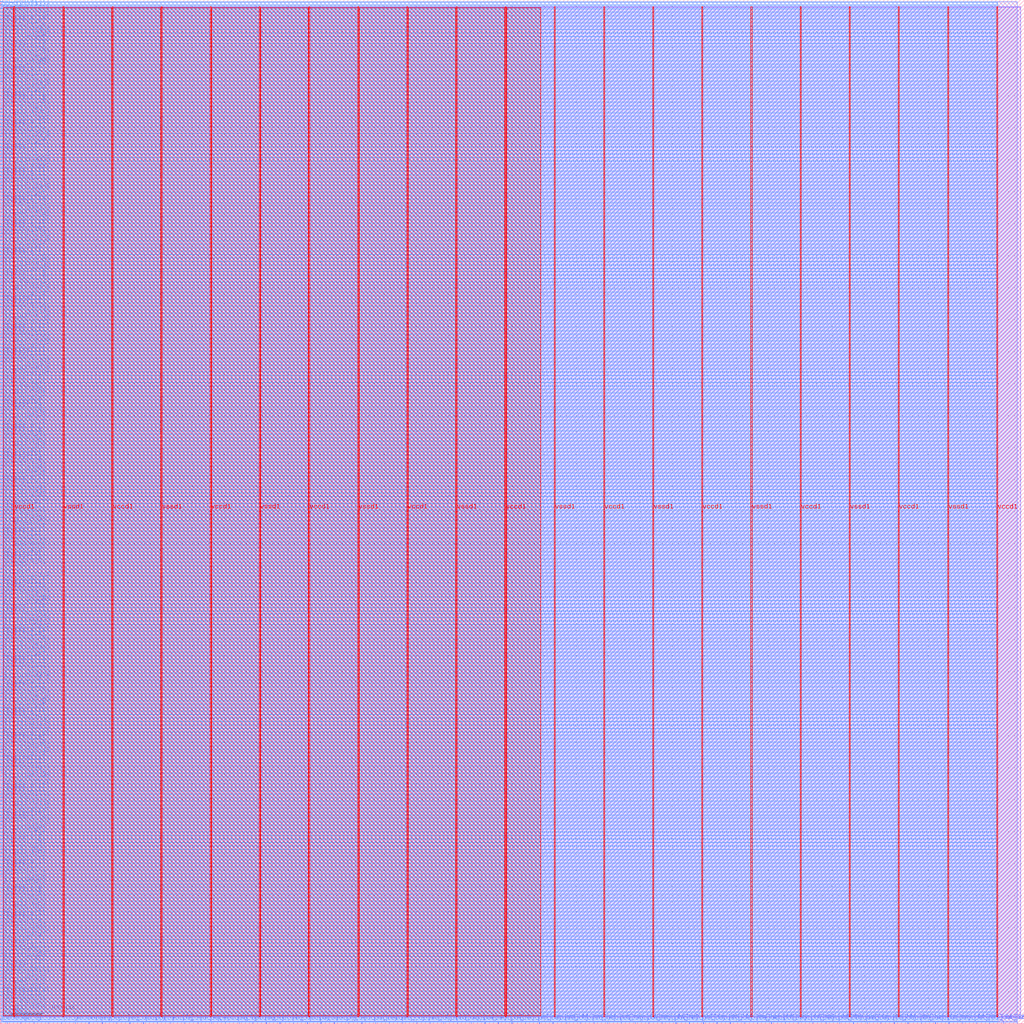
<source format=lef>
VERSION 5.7 ;
  NOWIREEXTENSIONATPIN ON ;
  DIVIDERCHAR "/" ;
  BUSBITCHARS "[]" ;
MACRO c0_system
  CLASS BLOCK ;
  FOREIGN c0_system ;
  ORIGIN 0.000 0.000 ;
  SIZE 1600.000 BY 1600.000 ;
  PIN bb_addr0[0]
    DIRECTION OUTPUT TRISTATE ;
    USE SIGNAL ;
    PORT
      LAYER met3 ;
        RECT 0.000 715.400 4.000 716.000 ;
    END
  END bb_addr0[0]
  PIN bb_addr0[10]
    DIRECTION OUTPUT TRISTATE ;
    USE SIGNAL ;
    PORT
      LAYER met3 ;
        RECT 0.000 1007.120 4.000 1007.720 ;
    END
  END bb_addr0[10]
  PIN bb_addr0[11]
    DIRECTION OUTPUT TRISTATE ;
    USE SIGNAL ;
    PORT
      LAYER met3 ;
        RECT 0.000 1034.320 4.000 1034.920 ;
    END
  END bb_addr0[11]
  PIN bb_addr0[12]
    DIRECTION OUTPUT TRISTATE ;
    USE SIGNAL ;
    PORT
      LAYER met3 ;
        RECT 0.000 1061.520 4.000 1062.120 ;
    END
  END bb_addr0[12]
  PIN bb_addr0[13]
    DIRECTION OUTPUT TRISTATE ;
    USE SIGNAL ;
    PORT
      LAYER met3 ;
        RECT 0.000 1088.040 4.000 1088.640 ;
    END
  END bb_addr0[13]
  PIN bb_addr0[14]
    DIRECTION OUTPUT TRISTATE ;
    USE SIGNAL ;
    PORT
      LAYER met3 ;
        RECT 0.000 1115.240 4.000 1115.840 ;
    END
  END bb_addr0[14]
  PIN bb_addr0[15]
    DIRECTION OUTPUT TRISTATE ;
    USE SIGNAL ;
    PORT
      LAYER met3 ;
        RECT 0.000 1142.440 4.000 1143.040 ;
    END
  END bb_addr0[15]
  PIN bb_addr0[16]
    DIRECTION OUTPUT TRISTATE ;
    USE SIGNAL ;
    PORT
      LAYER met3 ;
        RECT 0.000 1169.640 4.000 1170.240 ;
    END
  END bb_addr0[16]
  PIN bb_addr0[17]
    DIRECTION OUTPUT TRISTATE ;
    USE SIGNAL ;
    PORT
      LAYER met3 ;
        RECT 0.000 1196.160 4.000 1196.760 ;
    END
  END bb_addr0[17]
  PIN bb_addr0[18]
    DIRECTION OUTPUT TRISTATE ;
    USE SIGNAL ;
    PORT
      LAYER met3 ;
        RECT 0.000 1223.360 4.000 1223.960 ;
    END
  END bb_addr0[18]
  PIN bb_addr0[19]
    DIRECTION OUTPUT TRISTATE ;
    USE SIGNAL ;
    PORT
      LAYER met3 ;
        RECT 0.000 1250.560 4.000 1251.160 ;
    END
  END bb_addr0[19]
  PIN bb_addr0[1]
    DIRECTION OUTPUT TRISTATE ;
    USE SIGNAL ;
    PORT
      LAYER met3 ;
        RECT 0.000 748.040 4.000 748.640 ;
    END
  END bb_addr0[1]
  PIN bb_addr0[20]
    DIRECTION OUTPUT TRISTATE ;
    USE SIGNAL ;
    PORT
      LAYER met3 ;
        RECT 0.000 1277.760 4.000 1278.360 ;
    END
  END bb_addr0[20]
  PIN bb_addr0[21]
    DIRECTION OUTPUT TRISTATE ;
    USE SIGNAL ;
    PORT
      LAYER met3 ;
        RECT 0.000 1304.280 4.000 1304.880 ;
    END
  END bb_addr0[21]
  PIN bb_addr0[22]
    DIRECTION OUTPUT TRISTATE ;
    USE SIGNAL ;
    PORT
      LAYER met3 ;
        RECT 0.000 1331.480 4.000 1332.080 ;
    END
  END bb_addr0[22]
  PIN bb_addr0[23]
    DIRECTION OUTPUT TRISTATE ;
    USE SIGNAL ;
    PORT
      LAYER met3 ;
        RECT 0.000 1358.680 4.000 1359.280 ;
    END
  END bb_addr0[23]
  PIN bb_addr0[24]
    DIRECTION OUTPUT TRISTATE ;
    USE SIGNAL ;
    PORT
      LAYER met3 ;
        RECT 0.000 1385.880 4.000 1386.480 ;
    END
  END bb_addr0[24]
  PIN bb_addr0[25]
    DIRECTION OUTPUT TRISTATE ;
    USE SIGNAL ;
    PORT
      LAYER met3 ;
        RECT 0.000 1412.400 4.000 1413.000 ;
    END
  END bb_addr0[25]
  PIN bb_addr0[26]
    DIRECTION OUTPUT TRISTATE ;
    USE SIGNAL ;
    PORT
      LAYER met3 ;
        RECT 0.000 1439.600 4.000 1440.200 ;
    END
  END bb_addr0[26]
  PIN bb_addr0[27]
    DIRECTION OUTPUT TRISTATE ;
    USE SIGNAL ;
    PORT
      LAYER met3 ;
        RECT 0.000 1466.800 4.000 1467.400 ;
    END
  END bb_addr0[27]
  PIN bb_addr0[28]
    DIRECTION OUTPUT TRISTATE ;
    USE SIGNAL ;
    PORT
      LAYER met3 ;
        RECT 0.000 1494.000 4.000 1494.600 ;
    END
  END bb_addr0[28]
  PIN bb_addr0[29]
    DIRECTION OUTPUT TRISTATE ;
    USE SIGNAL ;
    PORT
      LAYER met3 ;
        RECT 0.000 1520.520 4.000 1521.120 ;
    END
  END bb_addr0[29]
  PIN bb_addr0[2]
    DIRECTION OUTPUT TRISTATE ;
    USE SIGNAL ;
    PORT
      LAYER met3 ;
        RECT 0.000 780.000 4.000 780.600 ;
    END
  END bb_addr0[2]
  PIN bb_addr0[30]
    DIRECTION OUTPUT TRISTATE ;
    USE SIGNAL ;
    PORT
      LAYER met3 ;
        RECT 0.000 1547.720 4.000 1548.320 ;
    END
  END bb_addr0[30]
  PIN bb_addr0[31]
    DIRECTION OUTPUT TRISTATE ;
    USE SIGNAL ;
    PORT
      LAYER met3 ;
        RECT 0.000 1574.920 4.000 1575.520 ;
    END
  END bb_addr0[31]
  PIN bb_addr0[3]
    DIRECTION OUTPUT TRISTATE ;
    USE SIGNAL ;
    PORT
      LAYER met3 ;
        RECT 0.000 812.640 4.000 813.240 ;
    END
  END bb_addr0[3]
  PIN bb_addr0[4]
    DIRECTION OUTPUT TRISTATE ;
    USE SIGNAL ;
    PORT
      LAYER met3 ;
        RECT 0.000 845.280 4.000 845.880 ;
    END
  END bb_addr0[4]
  PIN bb_addr0[5]
    DIRECTION OUTPUT TRISTATE ;
    USE SIGNAL ;
    PORT
      LAYER met3 ;
        RECT 0.000 871.800 4.000 872.400 ;
    END
  END bb_addr0[5]
  PIN bb_addr0[6]
    DIRECTION OUTPUT TRISTATE ;
    USE SIGNAL ;
    PORT
      LAYER met3 ;
        RECT 0.000 899.000 4.000 899.600 ;
    END
  END bb_addr0[6]
  PIN bb_addr0[7]
    DIRECTION OUTPUT TRISTATE ;
    USE SIGNAL ;
    PORT
      LAYER met3 ;
        RECT 0.000 926.200 4.000 926.800 ;
    END
  END bb_addr0[7]
  PIN bb_addr0[8]
    DIRECTION OUTPUT TRISTATE ;
    USE SIGNAL ;
    PORT
      LAYER met3 ;
        RECT 0.000 953.400 4.000 954.000 ;
    END
  END bb_addr0[8]
  PIN bb_addr0[9]
    DIRECTION OUTPUT TRISTATE ;
    USE SIGNAL ;
    PORT
      LAYER met3 ;
        RECT 0.000 979.920 4.000 980.520 ;
    END
  END bb_addr0[9]
  PIN bb_addr1[0]
    DIRECTION OUTPUT TRISTATE ;
    USE SIGNAL ;
    PORT
      LAYER met3 ;
        RECT 0.000 720.840 4.000 721.440 ;
    END
  END bb_addr1[0]
  PIN bb_addr1[10]
    DIRECTION OUTPUT TRISTATE ;
    USE SIGNAL ;
    PORT
      LAYER met3 ;
        RECT 0.000 1012.560 4.000 1013.160 ;
    END
  END bb_addr1[10]
  PIN bb_addr1[11]
    DIRECTION OUTPUT TRISTATE ;
    USE SIGNAL ;
    PORT
      LAYER met3 ;
        RECT 0.000 1039.760 4.000 1040.360 ;
    END
  END bb_addr1[11]
  PIN bb_addr1[12]
    DIRECTION OUTPUT TRISTATE ;
    USE SIGNAL ;
    PORT
      LAYER met3 ;
        RECT 0.000 1066.960 4.000 1067.560 ;
    END
  END bb_addr1[12]
  PIN bb_addr1[13]
    DIRECTION OUTPUT TRISTATE ;
    USE SIGNAL ;
    PORT
      LAYER met3 ;
        RECT 0.000 1093.480 4.000 1094.080 ;
    END
  END bb_addr1[13]
  PIN bb_addr1[14]
    DIRECTION OUTPUT TRISTATE ;
    USE SIGNAL ;
    PORT
      LAYER met3 ;
        RECT 0.000 1120.680 4.000 1121.280 ;
    END
  END bb_addr1[14]
  PIN bb_addr1[15]
    DIRECTION OUTPUT TRISTATE ;
    USE SIGNAL ;
    PORT
      LAYER met3 ;
        RECT 0.000 1147.880 4.000 1148.480 ;
    END
  END bb_addr1[15]
  PIN bb_addr1[16]
    DIRECTION OUTPUT TRISTATE ;
    USE SIGNAL ;
    PORT
      LAYER met3 ;
        RECT 0.000 1175.080 4.000 1175.680 ;
    END
  END bb_addr1[16]
  PIN bb_addr1[17]
    DIRECTION OUTPUT TRISTATE ;
    USE SIGNAL ;
    PORT
      LAYER met3 ;
        RECT 0.000 1201.600 4.000 1202.200 ;
    END
  END bb_addr1[17]
  PIN bb_addr1[18]
    DIRECTION OUTPUT TRISTATE ;
    USE SIGNAL ;
    PORT
      LAYER met3 ;
        RECT 0.000 1228.800 4.000 1229.400 ;
    END
  END bb_addr1[18]
  PIN bb_addr1[19]
    DIRECTION OUTPUT TRISTATE ;
    USE SIGNAL ;
    PORT
      LAYER met3 ;
        RECT 0.000 1256.000 4.000 1256.600 ;
    END
  END bb_addr1[19]
  PIN bb_addr1[1]
    DIRECTION OUTPUT TRISTATE ;
    USE SIGNAL ;
    PORT
      LAYER met3 ;
        RECT 0.000 752.800 4.000 753.400 ;
    END
  END bb_addr1[1]
  PIN bb_addr1[20]
    DIRECTION OUTPUT TRISTATE ;
    USE SIGNAL ;
    PORT
      LAYER met3 ;
        RECT 0.000 1282.520 4.000 1283.120 ;
    END
  END bb_addr1[20]
  PIN bb_addr1[21]
    DIRECTION OUTPUT TRISTATE ;
    USE SIGNAL ;
    PORT
      LAYER met3 ;
        RECT 0.000 1309.720 4.000 1310.320 ;
    END
  END bb_addr1[21]
  PIN bb_addr1[22]
    DIRECTION OUTPUT TRISTATE ;
    USE SIGNAL ;
    PORT
      LAYER met3 ;
        RECT 0.000 1336.920 4.000 1337.520 ;
    END
  END bb_addr1[22]
  PIN bb_addr1[23]
    DIRECTION OUTPUT TRISTATE ;
    USE SIGNAL ;
    PORT
      LAYER met3 ;
        RECT 0.000 1364.120 4.000 1364.720 ;
    END
  END bb_addr1[23]
  PIN bb_addr1[24]
    DIRECTION OUTPUT TRISTATE ;
    USE SIGNAL ;
    PORT
      LAYER met3 ;
        RECT 0.000 1390.640 4.000 1391.240 ;
    END
  END bb_addr1[24]
  PIN bb_addr1[25]
    DIRECTION OUTPUT TRISTATE ;
    USE SIGNAL ;
    PORT
      LAYER met3 ;
        RECT 0.000 1417.840 4.000 1418.440 ;
    END
  END bb_addr1[25]
  PIN bb_addr1[26]
    DIRECTION OUTPUT TRISTATE ;
    USE SIGNAL ;
    PORT
      LAYER met3 ;
        RECT 0.000 1445.040 4.000 1445.640 ;
    END
  END bb_addr1[26]
  PIN bb_addr1[27]
    DIRECTION OUTPUT TRISTATE ;
    USE SIGNAL ;
    PORT
      LAYER met3 ;
        RECT 0.000 1472.240 4.000 1472.840 ;
    END
  END bb_addr1[27]
  PIN bb_addr1[28]
    DIRECTION OUTPUT TRISTATE ;
    USE SIGNAL ;
    PORT
      LAYER met3 ;
        RECT 0.000 1498.760 4.000 1499.360 ;
    END
  END bb_addr1[28]
  PIN bb_addr1[29]
    DIRECTION OUTPUT TRISTATE ;
    USE SIGNAL ;
    PORT
      LAYER met3 ;
        RECT 0.000 1525.960 4.000 1526.560 ;
    END
  END bb_addr1[29]
  PIN bb_addr1[2]
    DIRECTION OUTPUT TRISTATE ;
    USE SIGNAL ;
    PORT
      LAYER met3 ;
        RECT 0.000 785.440 4.000 786.040 ;
    END
  END bb_addr1[2]
  PIN bb_addr1[30]
    DIRECTION OUTPUT TRISTATE ;
    USE SIGNAL ;
    PORT
      LAYER met3 ;
        RECT 0.000 1553.160 4.000 1553.760 ;
    END
  END bb_addr1[30]
  PIN bb_addr1[31]
    DIRECTION OUTPUT TRISTATE ;
    USE SIGNAL ;
    PORT
      LAYER met3 ;
        RECT 0.000 1580.360 4.000 1580.960 ;
    END
  END bb_addr1[31]
  PIN bb_addr1[3]
    DIRECTION OUTPUT TRISTATE ;
    USE SIGNAL ;
    PORT
      LAYER met3 ;
        RECT 0.000 818.080 4.000 818.680 ;
    END
  END bb_addr1[3]
  PIN bb_addr1[4]
    DIRECTION OUTPUT TRISTATE ;
    USE SIGNAL ;
    PORT
      LAYER met3 ;
        RECT 0.000 850.720 4.000 851.320 ;
    END
  END bb_addr1[4]
  PIN bb_addr1[5]
    DIRECTION OUTPUT TRISTATE ;
    USE SIGNAL ;
    PORT
      LAYER met3 ;
        RECT 0.000 877.240 4.000 877.840 ;
    END
  END bb_addr1[5]
  PIN bb_addr1[6]
    DIRECTION OUTPUT TRISTATE ;
    USE SIGNAL ;
    PORT
      LAYER met3 ;
        RECT 0.000 904.440 4.000 905.040 ;
    END
  END bb_addr1[6]
  PIN bb_addr1[7]
    DIRECTION OUTPUT TRISTATE ;
    USE SIGNAL ;
    PORT
      LAYER met3 ;
        RECT 0.000 931.640 4.000 932.240 ;
    END
  END bb_addr1[7]
  PIN bb_addr1[8]
    DIRECTION OUTPUT TRISTATE ;
    USE SIGNAL ;
    PORT
      LAYER met3 ;
        RECT 0.000 958.840 4.000 959.440 ;
    END
  END bb_addr1[8]
  PIN bb_addr1[9]
    DIRECTION OUTPUT TRISTATE ;
    USE SIGNAL ;
    PORT
      LAYER met3 ;
        RECT 0.000 985.360 4.000 985.960 ;
    END
  END bb_addr1[9]
  PIN bb_csb0
    DIRECTION OUTPUT TRISTATE ;
    USE SIGNAL ;
    PORT
      LAYER met3 ;
        RECT 0.000 699.080 4.000 699.680 ;
    END
  END bb_csb0
  PIN bb_csb1
    DIRECTION OUTPUT TRISTATE ;
    USE SIGNAL ;
    PORT
      LAYER met3 ;
        RECT 0.000 704.520 4.000 705.120 ;
    END
  END bb_csb1
  PIN bb_din0[0]
    DIRECTION OUTPUT TRISTATE ;
    USE SIGNAL ;
    PORT
      LAYER met3 ;
        RECT 0.000 726.280 4.000 726.880 ;
    END
  END bb_din0[0]
  PIN bb_din0[10]
    DIRECTION OUTPUT TRISTATE ;
    USE SIGNAL ;
    PORT
      LAYER met3 ;
        RECT 0.000 1018.000 4.000 1018.600 ;
    END
  END bb_din0[10]
  PIN bb_din0[11]
    DIRECTION OUTPUT TRISTATE ;
    USE SIGNAL ;
    PORT
      LAYER met3 ;
        RECT 0.000 1045.200 4.000 1045.800 ;
    END
  END bb_din0[11]
  PIN bb_din0[12]
    DIRECTION OUTPUT TRISTATE ;
    USE SIGNAL ;
    PORT
      LAYER met3 ;
        RECT 0.000 1071.720 4.000 1072.320 ;
    END
  END bb_din0[12]
  PIN bb_din0[13]
    DIRECTION OUTPUT TRISTATE ;
    USE SIGNAL ;
    PORT
      LAYER met3 ;
        RECT 0.000 1098.920 4.000 1099.520 ;
    END
  END bb_din0[13]
  PIN bb_din0[14]
    DIRECTION OUTPUT TRISTATE ;
    USE SIGNAL ;
    PORT
      LAYER met3 ;
        RECT 0.000 1126.120 4.000 1126.720 ;
    END
  END bb_din0[14]
  PIN bb_din0[15]
    DIRECTION OUTPUT TRISTATE ;
    USE SIGNAL ;
    PORT
      LAYER met3 ;
        RECT 0.000 1153.320 4.000 1153.920 ;
    END
  END bb_din0[15]
  PIN bb_din0[16]
    DIRECTION OUTPUT TRISTATE ;
    USE SIGNAL ;
    PORT
      LAYER met3 ;
        RECT 0.000 1179.840 4.000 1180.440 ;
    END
  END bb_din0[16]
  PIN bb_din0[17]
    DIRECTION OUTPUT TRISTATE ;
    USE SIGNAL ;
    PORT
      LAYER met3 ;
        RECT 0.000 1207.040 4.000 1207.640 ;
    END
  END bb_din0[17]
  PIN bb_din0[18]
    DIRECTION OUTPUT TRISTATE ;
    USE SIGNAL ;
    PORT
      LAYER met3 ;
        RECT 0.000 1234.240 4.000 1234.840 ;
    END
  END bb_din0[18]
  PIN bb_din0[19]
    DIRECTION OUTPUT TRISTATE ;
    USE SIGNAL ;
    PORT
      LAYER met3 ;
        RECT 0.000 1261.440 4.000 1262.040 ;
    END
  END bb_din0[19]
  PIN bb_din0[1]
    DIRECTION OUTPUT TRISTATE ;
    USE SIGNAL ;
    PORT
      LAYER met3 ;
        RECT 0.000 758.240 4.000 758.840 ;
    END
  END bb_din0[1]
  PIN bb_din0[20]
    DIRECTION OUTPUT TRISTATE ;
    USE SIGNAL ;
    PORT
      LAYER met3 ;
        RECT 0.000 1287.960 4.000 1288.560 ;
    END
  END bb_din0[20]
  PIN bb_din0[21]
    DIRECTION OUTPUT TRISTATE ;
    USE SIGNAL ;
    PORT
      LAYER met3 ;
        RECT 0.000 1315.160 4.000 1315.760 ;
    END
  END bb_din0[21]
  PIN bb_din0[22]
    DIRECTION OUTPUT TRISTATE ;
    USE SIGNAL ;
    PORT
      LAYER met3 ;
        RECT 0.000 1342.360 4.000 1342.960 ;
    END
  END bb_din0[22]
  PIN bb_din0[23]
    DIRECTION OUTPUT TRISTATE ;
    USE SIGNAL ;
    PORT
      LAYER met3 ;
        RECT 0.000 1369.560 4.000 1370.160 ;
    END
  END bb_din0[23]
  PIN bb_din0[24]
    DIRECTION OUTPUT TRISTATE ;
    USE SIGNAL ;
    PORT
      LAYER met3 ;
        RECT 0.000 1396.080 4.000 1396.680 ;
    END
  END bb_din0[24]
  PIN bb_din0[25]
    DIRECTION OUTPUT TRISTATE ;
    USE SIGNAL ;
    PORT
      LAYER met3 ;
        RECT 0.000 1423.280 4.000 1423.880 ;
    END
  END bb_din0[25]
  PIN bb_din0[26]
    DIRECTION OUTPUT TRISTATE ;
    USE SIGNAL ;
    PORT
      LAYER met3 ;
        RECT 0.000 1450.480 4.000 1451.080 ;
    END
  END bb_din0[26]
  PIN bb_din0[27]
    DIRECTION OUTPUT TRISTATE ;
    USE SIGNAL ;
    PORT
      LAYER met3 ;
        RECT 0.000 1477.680 4.000 1478.280 ;
    END
  END bb_din0[27]
  PIN bb_din0[28]
    DIRECTION OUTPUT TRISTATE ;
    USE SIGNAL ;
    PORT
      LAYER met3 ;
        RECT 0.000 1504.200 4.000 1504.800 ;
    END
  END bb_din0[28]
  PIN bb_din0[29]
    DIRECTION OUTPUT TRISTATE ;
    USE SIGNAL ;
    PORT
      LAYER met3 ;
        RECT 0.000 1531.400 4.000 1532.000 ;
    END
  END bb_din0[29]
  PIN bb_din0[2]
    DIRECTION OUTPUT TRISTATE ;
    USE SIGNAL ;
    PORT
      LAYER met3 ;
        RECT 0.000 790.880 4.000 791.480 ;
    END
  END bb_din0[2]
  PIN bb_din0[30]
    DIRECTION OUTPUT TRISTATE ;
    USE SIGNAL ;
    PORT
      LAYER met3 ;
        RECT 0.000 1558.600 4.000 1559.200 ;
    END
  END bb_din0[30]
  PIN bb_din0[31]
    DIRECTION OUTPUT TRISTATE ;
    USE SIGNAL ;
    PORT
      LAYER met3 ;
        RECT 0.000 1585.800 4.000 1586.400 ;
    END
  END bb_din0[31]
  PIN bb_din0[3]
    DIRECTION OUTPUT TRISTATE ;
    USE SIGNAL ;
    PORT
      LAYER met3 ;
        RECT 0.000 823.520 4.000 824.120 ;
    END
  END bb_din0[3]
  PIN bb_din0[4]
    DIRECTION OUTPUT TRISTATE ;
    USE SIGNAL ;
    PORT
      LAYER met3 ;
        RECT 0.000 855.480 4.000 856.080 ;
    END
  END bb_din0[4]
  PIN bb_din0[5]
    DIRECTION OUTPUT TRISTATE ;
    USE SIGNAL ;
    PORT
      LAYER met3 ;
        RECT 0.000 882.680 4.000 883.280 ;
    END
  END bb_din0[5]
  PIN bb_din0[6]
    DIRECTION OUTPUT TRISTATE ;
    USE SIGNAL ;
    PORT
      LAYER met3 ;
        RECT 0.000 909.880 4.000 910.480 ;
    END
  END bb_din0[6]
  PIN bb_din0[7]
    DIRECTION OUTPUT TRISTATE ;
    USE SIGNAL ;
    PORT
      LAYER met3 ;
        RECT 0.000 937.080 4.000 937.680 ;
    END
  END bb_din0[7]
  PIN bb_din0[8]
    DIRECTION OUTPUT TRISTATE ;
    USE SIGNAL ;
    PORT
      LAYER met3 ;
        RECT 0.000 963.600 4.000 964.200 ;
    END
  END bb_din0[8]
  PIN bb_din0[9]
    DIRECTION OUTPUT TRISTATE ;
    USE SIGNAL ;
    PORT
      LAYER met3 ;
        RECT 0.000 990.800 4.000 991.400 ;
    END
  END bb_din0[9]
  PIN bb_dout0[0]
    DIRECTION INPUT ;
    USE SIGNAL ;
    PORT
      LAYER met3 ;
        RECT 0.000 731.720 4.000 732.320 ;
    END
  END bb_dout0[0]
  PIN bb_dout0[10]
    DIRECTION INPUT ;
    USE SIGNAL ;
    PORT
      LAYER met3 ;
        RECT 0.000 1023.440 4.000 1024.040 ;
    END
  END bb_dout0[10]
  PIN bb_dout0[11]
    DIRECTION INPUT ;
    USE SIGNAL ;
    PORT
      LAYER met3 ;
        RECT 0.000 1050.640 4.000 1051.240 ;
    END
  END bb_dout0[11]
  PIN bb_dout0[12]
    DIRECTION INPUT ;
    USE SIGNAL ;
    PORT
      LAYER met3 ;
        RECT 0.000 1077.160 4.000 1077.760 ;
    END
  END bb_dout0[12]
  PIN bb_dout0[13]
    DIRECTION INPUT ;
    USE SIGNAL ;
    PORT
      LAYER met3 ;
        RECT 0.000 1104.360 4.000 1104.960 ;
    END
  END bb_dout0[13]
  PIN bb_dout0[14]
    DIRECTION INPUT ;
    USE SIGNAL ;
    PORT
      LAYER met3 ;
        RECT 0.000 1131.560 4.000 1132.160 ;
    END
  END bb_dout0[14]
  PIN bb_dout0[15]
    DIRECTION INPUT ;
    USE SIGNAL ;
    PORT
      LAYER met3 ;
        RECT 0.000 1158.760 4.000 1159.360 ;
    END
  END bb_dout0[15]
  PIN bb_dout0[16]
    DIRECTION INPUT ;
    USE SIGNAL ;
    PORT
      LAYER met3 ;
        RECT 0.000 1185.280 4.000 1185.880 ;
    END
  END bb_dout0[16]
  PIN bb_dout0[17]
    DIRECTION INPUT ;
    USE SIGNAL ;
    PORT
      LAYER met3 ;
        RECT 0.000 1212.480 4.000 1213.080 ;
    END
  END bb_dout0[17]
  PIN bb_dout0[18]
    DIRECTION INPUT ;
    USE SIGNAL ;
    PORT
      LAYER met3 ;
        RECT 0.000 1239.680 4.000 1240.280 ;
    END
  END bb_dout0[18]
  PIN bb_dout0[19]
    DIRECTION INPUT ;
    USE SIGNAL ;
    PORT
      LAYER met3 ;
        RECT 0.000 1266.880 4.000 1267.480 ;
    END
  END bb_dout0[19]
  PIN bb_dout0[1]
    DIRECTION INPUT ;
    USE SIGNAL ;
    PORT
      LAYER met3 ;
        RECT 0.000 763.680 4.000 764.280 ;
    END
  END bb_dout0[1]
  PIN bb_dout0[20]
    DIRECTION INPUT ;
    USE SIGNAL ;
    PORT
      LAYER met3 ;
        RECT 0.000 1293.400 4.000 1294.000 ;
    END
  END bb_dout0[20]
  PIN bb_dout0[21]
    DIRECTION INPUT ;
    USE SIGNAL ;
    PORT
      LAYER met3 ;
        RECT 0.000 1320.600 4.000 1321.200 ;
    END
  END bb_dout0[21]
  PIN bb_dout0[22]
    DIRECTION INPUT ;
    USE SIGNAL ;
    PORT
      LAYER met3 ;
        RECT 0.000 1347.800 4.000 1348.400 ;
    END
  END bb_dout0[22]
  PIN bb_dout0[23]
    DIRECTION INPUT ;
    USE SIGNAL ;
    PORT
      LAYER met3 ;
        RECT 0.000 1375.000 4.000 1375.600 ;
    END
  END bb_dout0[23]
  PIN bb_dout0[24]
    DIRECTION INPUT ;
    USE SIGNAL ;
    PORT
      LAYER met3 ;
        RECT 0.000 1401.520 4.000 1402.120 ;
    END
  END bb_dout0[24]
  PIN bb_dout0[25]
    DIRECTION INPUT ;
    USE SIGNAL ;
    PORT
      LAYER met3 ;
        RECT 0.000 1428.720 4.000 1429.320 ;
    END
  END bb_dout0[25]
  PIN bb_dout0[26]
    DIRECTION INPUT ;
    USE SIGNAL ;
    PORT
      LAYER met3 ;
        RECT 0.000 1455.920 4.000 1456.520 ;
    END
  END bb_dout0[26]
  PIN bb_dout0[27]
    DIRECTION INPUT ;
    USE SIGNAL ;
    PORT
      LAYER met3 ;
        RECT 0.000 1483.120 4.000 1483.720 ;
    END
  END bb_dout0[27]
  PIN bb_dout0[28]
    DIRECTION INPUT ;
    USE SIGNAL ;
    PORT
      LAYER met3 ;
        RECT 0.000 1509.640 4.000 1510.240 ;
    END
  END bb_dout0[28]
  PIN bb_dout0[29]
    DIRECTION INPUT ;
    USE SIGNAL ;
    PORT
      LAYER met3 ;
        RECT 0.000 1536.840 4.000 1537.440 ;
    END
  END bb_dout0[29]
  PIN bb_dout0[2]
    DIRECTION INPUT ;
    USE SIGNAL ;
    PORT
      LAYER met3 ;
        RECT 0.000 796.320 4.000 796.920 ;
    END
  END bb_dout0[2]
  PIN bb_dout0[30]
    DIRECTION INPUT ;
    USE SIGNAL ;
    PORT
      LAYER met3 ;
        RECT 0.000 1564.040 4.000 1564.640 ;
    END
  END bb_dout0[30]
  PIN bb_dout0[31]
    DIRECTION INPUT ;
    USE SIGNAL ;
    PORT
      LAYER met3 ;
        RECT 0.000 1591.240 4.000 1591.840 ;
    END
  END bb_dout0[31]
  PIN bb_dout0[3]
    DIRECTION INPUT ;
    USE SIGNAL ;
    PORT
      LAYER met3 ;
        RECT 0.000 828.960 4.000 829.560 ;
    END
  END bb_dout0[3]
  PIN bb_dout0[4]
    DIRECTION INPUT ;
    USE SIGNAL ;
    PORT
      LAYER met3 ;
        RECT 0.000 860.920 4.000 861.520 ;
    END
  END bb_dout0[4]
  PIN bb_dout0[5]
    DIRECTION INPUT ;
    USE SIGNAL ;
    PORT
      LAYER met3 ;
        RECT 0.000 888.120 4.000 888.720 ;
    END
  END bb_dout0[5]
  PIN bb_dout0[6]
    DIRECTION INPUT ;
    USE SIGNAL ;
    PORT
      LAYER met3 ;
        RECT 0.000 915.320 4.000 915.920 ;
    END
  END bb_dout0[6]
  PIN bb_dout0[7]
    DIRECTION INPUT ;
    USE SIGNAL ;
    PORT
      LAYER met3 ;
        RECT 0.000 942.520 4.000 943.120 ;
    END
  END bb_dout0[7]
  PIN bb_dout0[8]
    DIRECTION INPUT ;
    USE SIGNAL ;
    PORT
      LAYER met3 ;
        RECT 0.000 969.040 4.000 969.640 ;
    END
  END bb_dout0[8]
  PIN bb_dout0[9]
    DIRECTION INPUT ;
    USE SIGNAL ;
    PORT
      LAYER met3 ;
        RECT 0.000 996.240 4.000 996.840 ;
    END
  END bb_dout0[9]
  PIN bb_dout1[0]
    DIRECTION INPUT ;
    USE SIGNAL ;
    PORT
      LAYER met3 ;
        RECT 0.000 737.160 4.000 737.760 ;
    END
  END bb_dout1[0]
  PIN bb_dout1[10]
    DIRECTION INPUT ;
    USE SIGNAL ;
    PORT
      LAYER met3 ;
        RECT 0.000 1028.880 4.000 1029.480 ;
    END
  END bb_dout1[10]
  PIN bb_dout1[11]
    DIRECTION INPUT ;
    USE SIGNAL ;
    PORT
      LAYER met3 ;
        RECT 0.000 1056.080 4.000 1056.680 ;
    END
  END bb_dout1[11]
  PIN bb_dout1[12]
    DIRECTION INPUT ;
    USE SIGNAL ;
    PORT
      LAYER met3 ;
        RECT 0.000 1082.600 4.000 1083.200 ;
    END
  END bb_dout1[12]
  PIN bb_dout1[13]
    DIRECTION INPUT ;
    USE SIGNAL ;
    PORT
      LAYER met3 ;
        RECT 0.000 1109.800 4.000 1110.400 ;
    END
  END bb_dout1[13]
  PIN bb_dout1[14]
    DIRECTION INPUT ;
    USE SIGNAL ;
    PORT
      LAYER met3 ;
        RECT 0.000 1137.000 4.000 1137.600 ;
    END
  END bb_dout1[14]
  PIN bb_dout1[15]
    DIRECTION INPUT ;
    USE SIGNAL ;
    PORT
      LAYER met3 ;
        RECT 0.000 1164.200 4.000 1164.800 ;
    END
  END bb_dout1[15]
  PIN bb_dout1[16]
    DIRECTION INPUT ;
    USE SIGNAL ;
    PORT
      LAYER met3 ;
        RECT 0.000 1190.720 4.000 1191.320 ;
    END
  END bb_dout1[16]
  PIN bb_dout1[17]
    DIRECTION INPUT ;
    USE SIGNAL ;
    PORT
      LAYER met3 ;
        RECT 0.000 1217.920 4.000 1218.520 ;
    END
  END bb_dout1[17]
  PIN bb_dout1[18]
    DIRECTION INPUT ;
    USE SIGNAL ;
    PORT
      LAYER met3 ;
        RECT 0.000 1245.120 4.000 1245.720 ;
    END
  END bb_dout1[18]
  PIN bb_dout1[19]
    DIRECTION INPUT ;
    USE SIGNAL ;
    PORT
      LAYER met3 ;
        RECT 0.000 1272.320 4.000 1272.920 ;
    END
  END bb_dout1[19]
  PIN bb_dout1[1]
    DIRECTION INPUT ;
    USE SIGNAL ;
    PORT
      LAYER met3 ;
        RECT 0.000 769.120 4.000 769.720 ;
    END
  END bb_dout1[1]
  PIN bb_dout1[20]
    DIRECTION INPUT ;
    USE SIGNAL ;
    PORT
      LAYER met3 ;
        RECT 0.000 1298.840 4.000 1299.440 ;
    END
  END bb_dout1[20]
  PIN bb_dout1[21]
    DIRECTION INPUT ;
    USE SIGNAL ;
    PORT
      LAYER met3 ;
        RECT 0.000 1326.040 4.000 1326.640 ;
    END
  END bb_dout1[21]
  PIN bb_dout1[22]
    DIRECTION INPUT ;
    USE SIGNAL ;
    PORT
      LAYER met3 ;
        RECT 0.000 1353.240 4.000 1353.840 ;
    END
  END bb_dout1[22]
  PIN bb_dout1[23]
    DIRECTION INPUT ;
    USE SIGNAL ;
    PORT
      LAYER met3 ;
        RECT 0.000 1380.440 4.000 1381.040 ;
    END
  END bb_dout1[23]
  PIN bb_dout1[24]
    DIRECTION INPUT ;
    USE SIGNAL ;
    PORT
      LAYER met3 ;
        RECT 0.000 1406.960 4.000 1407.560 ;
    END
  END bb_dout1[24]
  PIN bb_dout1[25]
    DIRECTION INPUT ;
    USE SIGNAL ;
    PORT
      LAYER met3 ;
        RECT 0.000 1434.160 4.000 1434.760 ;
    END
  END bb_dout1[25]
  PIN bb_dout1[26]
    DIRECTION INPUT ;
    USE SIGNAL ;
    PORT
      LAYER met3 ;
        RECT 0.000 1461.360 4.000 1461.960 ;
    END
  END bb_dout1[26]
  PIN bb_dout1[27]
    DIRECTION INPUT ;
    USE SIGNAL ;
    PORT
      LAYER met3 ;
        RECT 0.000 1488.560 4.000 1489.160 ;
    END
  END bb_dout1[27]
  PIN bb_dout1[28]
    DIRECTION INPUT ;
    USE SIGNAL ;
    PORT
      LAYER met3 ;
        RECT 0.000 1515.080 4.000 1515.680 ;
    END
  END bb_dout1[28]
  PIN bb_dout1[29]
    DIRECTION INPUT ;
    USE SIGNAL ;
    PORT
      LAYER met3 ;
        RECT 0.000 1542.280 4.000 1542.880 ;
    END
  END bb_dout1[29]
  PIN bb_dout1[2]
    DIRECTION INPUT ;
    USE SIGNAL ;
    PORT
      LAYER met3 ;
        RECT 0.000 801.760 4.000 802.360 ;
    END
  END bb_dout1[2]
  PIN bb_dout1[30]
    DIRECTION INPUT ;
    USE SIGNAL ;
    PORT
      LAYER met3 ;
        RECT 0.000 1569.480 4.000 1570.080 ;
    END
  END bb_dout1[30]
  PIN bb_dout1[31]
    DIRECTION INPUT ;
    USE SIGNAL ;
    PORT
      LAYER met3 ;
        RECT 0.000 1596.680 4.000 1597.280 ;
    END
  END bb_dout1[31]
  PIN bb_dout1[3]
    DIRECTION INPUT ;
    USE SIGNAL ;
    PORT
      LAYER met3 ;
        RECT 0.000 834.400 4.000 835.000 ;
    END
  END bb_dout1[3]
  PIN bb_dout1[4]
    DIRECTION INPUT ;
    USE SIGNAL ;
    PORT
      LAYER met3 ;
        RECT 0.000 866.360 4.000 866.960 ;
    END
  END bb_dout1[4]
  PIN bb_dout1[5]
    DIRECTION INPUT ;
    USE SIGNAL ;
    PORT
      LAYER met3 ;
        RECT 0.000 893.560 4.000 894.160 ;
    END
  END bb_dout1[5]
  PIN bb_dout1[6]
    DIRECTION INPUT ;
    USE SIGNAL ;
    PORT
      LAYER met3 ;
        RECT 0.000 920.760 4.000 921.360 ;
    END
  END bb_dout1[6]
  PIN bb_dout1[7]
    DIRECTION INPUT ;
    USE SIGNAL ;
    PORT
      LAYER met3 ;
        RECT 0.000 947.960 4.000 948.560 ;
    END
  END bb_dout1[7]
  PIN bb_dout1[8]
    DIRECTION INPUT ;
    USE SIGNAL ;
    PORT
      LAYER met3 ;
        RECT 0.000 974.480 4.000 975.080 ;
    END
  END bb_dout1[8]
  PIN bb_dout1[9]
    DIRECTION INPUT ;
    USE SIGNAL ;
    PORT
      LAYER met3 ;
        RECT 0.000 1001.680 4.000 1002.280 ;
    END
  END bb_dout1[9]
  PIN bb_web0
    DIRECTION OUTPUT TRISTATE ;
    USE SIGNAL ;
    PORT
      LAYER met3 ;
        RECT 0.000 709.960 4.000 710.560 ;
    END
  END bb_web0
  PIN bb_wmask0[0]
    DIRECTION OUTPUT TRISTATE ;
    USE SIGNAL ;
    PORT
      LAYER met3 ;
        RECT 0.000 742.600 4.000 743.200 ;
    END
  END bb_wmask0[0]
  PIN bb_wmask0[1]
    DIRECTION OUTPUT TRISTATE ;
    USE SIGNAL ;
    PORT
      LAYER met3 ;
        RECT 0.000 774.560 4.000 775.160 ;
    END
  END bb_wmask0[1]
  PIN bb_wmask0[2]
    DIRECTION OUTPUT TRISTATE ;
    USE SIGNAL ;
    PORT
      LAYER met3 ;
        RECT 0.000 807.200 4.000 807.800 ;
    END
  END bb_wmask0[2]
  PIN bb_wmask0[3]
    DIRECTION OUTPUT TRISTATE ;
    USE SIGNAL ;
    PORT
      LAYER met3 ;
        RECT 0.000 839.840 4.000 840.440 ;
    END
  END bb_wmask0[3]
  PIN clk_g
    DIRECTION INPUT ;
    USE SIGNAL ;
    PORT
      LAYER met2 ;
        RECT 10.670 0.000 10.950 4.000 ;
    END
  END clk_g
  PIN io_gecerli
    DIRECTION OUTPUT TRISTATE ;
    USE SIGNAL ;
    PORT
      LAYER met2 ;
        RECT 95.770 0.000 96.050 4.000 ;
    END
  END io_gecerli
  PIN io_oeb[0]
    DIRECTION OUTPUT TRISTATE ;
    USE SIGNAL ;
    PORT
      LAYER met2 ;
        RECT 116.930 0.000 117.210 4.000 ;
    END
  END io_oeb[0]
  PIN io_oeb[10]
    DIRECTION OUTPUT TRISTATE ;
    USE SIGNAL ;
    PORT
      LAYER met2 ;
        RECT 543.810 0.000 544.090 4.000 ;
    END
  END io_oeb[10]
  PIN io_oeb[11]
    DIRECTION OUTPUT TRISTATE ;
    USE SIGNAL ;
    PORT
      LAYER met2 ;
        RECT 586.590 0.000 586.870 4.000 ;
    END
  END io_oeb[11]
  PIN io_oeb[12]
    DIRECTION OUTPUT TRISTATE ;
    USE SIGNAL ;
    PORT
      LAYER met2 ;
        RECT 628.910 0.000 629.190 4.000 ;
    END
  END io_oeb[12]
  PIN io_oeb[13]
    DIRECTION OUTPUT TRISTATE ;
    USE SIGNAL ;
    PORT
      LAYER met2 ;
        RECT 671.690 0.000 671.970 4.000 ;
    END
  END io_oeb[13]
  PIN io_oeb[14]
    DIRECTION OUTPUT TRISTATE ;
    USE SIGNAL ;
    PORT
      LAYER met2 ;
        RECT 714.470 0.000 714.750 4.000 ;
    END
  END io_oeb[14]
  PIN io_oeb[15]
    DIRECTION OUTPUT TRISTATE ;
    USE SIGNAL ;
    PORT
      LAYER met2 ;
        RECT 757.250 0.000 757.530 4.000 ;
    END
  END io_oeb[15]
  PIN io_oeb[16]
    DIRECTION OUTPUT TRISTATE ;
    USE SIGNAL ;
    PORT
      LAYER met2 ;
        RECT 799.570 0.000 799.850 4.000 ;
    END
  END io_oeb[16]
  PIN io_oeb[17]
    DIRECTION OUTPUT TRISTATE ;
    USE SIGNAL ;
    PORT
      LAYER met2 ;
        RECT 842.350 0.000 842.630 4.000 ;
    END
  END io_oeb[17]
  PIN io_oeb[18]
    DIRECTION OUTPUT TRISTATE ;
    USE SIGNAL ;
    PORT
      LAYER met2 ;
        RECT 885.130 0.000 885.410 4.000 ;
    END
  END io_oeb[18]
  PIN io_oeb[19]
    DIRECTION OUTPUT TRISTATE ;
    USE SIGNAL ;
    PORT
      LAYER met2 ;
        RECT 927.910 0.000 928.190 4.000 ;
    END
  END io_oeb[19]
  PIN io_oeb[1]
    DIRECTION OUTPUT TRISTATE ;
    USE SIGNAL ;
    PORT
      LAYER met2 ;
        RECT 159.710 0.000 159.990 4.000 ;
    END
  END io_oeb[1]
  PIN io_oeb[20]
    DIRECTION OUTPUT TRISTATE ;
    USE SIGNAL ;
    PORT
      LAYER met2 ;
        RECT 970.230 0.000 970.510 4.000 ;
    END
  END io_oeb[20]
  PIN io_oeb[21]
    DIRECTION OUTPUT TRISTATE ;
    USE SIGNAL ;
    PORT
      LAYER met2 ;
        RECT 1013.010 0.000 1013.290 4.000 ;
    END
  END io_oeb[21]
  PIN io_oeb[22]
    DIRECTION OUTPUT TRISTATE ;
    USE SIGNAL ;
    PORT
      LAYER met2 ;
        RECT 1055.790 0.000 1056.070 4.000 ;
    END
  END io_oeb[22]
  PIN io_oeb[23]
    DIRECTION OUTPUT TRISTATE ;
    USE SIGNAL ;
    PORT
      LAYER met2 ;
        RECT 1098.570 0.000 1098.850 4.000 ;
    END
  END io_oeb[23]
  PIN io_oeb[24]
    DIRECTION OUTPUT TRISTATE ;
    USE SIGNAL ;
    PORT
      LAYER met2 ;
        RECT 1140.890 0.000 1141.170 4.000 ;
    END
  END io_oeb[24]
  PIN io_oeb[25]
    DIRECTION OUTPUT TRISTATE ;
    USE SIGNAL ;
    PORT
      LAYER met2 ;
        RECT 1183.670 0.000 1183.950 4.000 ;
    END
  END io_oeb[25]
  PIN io_oeb[26]
    DIRECTION OUTPUT TRISTATE ;
    USE SIGNAL ;
    PORT
      LAYER met2 ;
        RECT 1226.450 0.000 1226.730 4.000 ;
    END
  END io_oeb[26]
  PIN io_oeb[27]
    DIRECTION OUTPUT TRISTATE ;
    USE SIGNAL ;
    PORT
      LAYER met2 ;
        RECT 1269.230 0.000 1269.510 4.000 ;
    END
  END io_oeb[27]
  PIN io_oeb[28]
    DIRECTION OUTPUT TRISTATE ;
    USE SIGNAL ;
    PORT
      LAYER met2 ;
        RECT 1311.550 0.000 1311.830 4.000 ;
    END
  END io_oeb[28]
  PIN io_oeb[29]
    DIRECTION OUTPUT TRISTATE ;
    USE SIGNAL ;
    PORT
      LAYER met2 ;
        RECT 1354.330 0.000 1354.610 4.000 ;
    END
  END io_oeb[29]
  PIN io_oeb[2]
    DIRECTION OUTPUT TRISTATE ;
    USE SIGNAL ;
    PORT
      LAYER met2 ;
        RECT 202.490 0.000 202.770 4.000 ;
    END
  END io_oeb[2]
  PIN io_oeb[30]
    DIRECTION OUTPUT TRISTATE ;
    USE SIGNAL ;
    PORT
      LAYER met2 ;
        RECT 1397.110 0.000 1397.390 4.000 ;
    END
  END io_oeb[30]
  PIN io_oeb[31]
    DIRECTION OUTPUT TRISTATE ;
    USE SIGNAL ;
    PORT
      LAYER met2 ;
        RECT 1439.890 0.000 1440.170 4.000 ;
    END
  END io_oeb[31]
  PIN io_oeb[32]
    DIRECTION OUTPUT TRISTATE ;
    USE SIGNAL ;
    PORT
      LAYER met2 ;
        RECT 1482.210 0.000 1482.490 4.000 ;
    END
  END io_oeb[32]
  PIN io_oeb[33]
    DIRECTION OUTPUT TRISTATE ;
    USE SIGNAL ;
    PORT
      LAYER met2 ;
        RECT 1503.830 0.000 1504.110 4.000 ;
    END
  END io_oeb[33]
  PIN io_oeb[34]
    DIRECTION OUTPUT TRISTATE ;
    USE SIGNAL ;
    PORT
      LAYER met2 ;
        RECT 1524.990 0.000 1525.270 4.000 ;
    END
  END io_oeb[34]
  PIN io_oeb[35]
    DIRECTION OUTPUT TRISTATE ;
    USE SIGNAL ;
    PORT
      LAYER met2 ;
        RECT 1546.150 0.000 1546.430 4.000 ;
    END
  END io_oeb[35]
  PIN io_oeb[36]
    DIRECTION OUTPUT TRISTATE ;
    USE SIGNAL ;
    PORT
      LAYER met2 ;
        RECT 1567.770 0.000 1568.050 4.000 ;
    END
  END io_oeb[36]
  PIN io_oeb[37]
    DIRECTION OUTPUT TRISTATE ;
    USE SIGNAL ;
    PORT
      LAYER met2 ;
        RECT 1588.930 0.000 1589.210 4.000 ;
    END
  END io_oeb[37]
  PIN io_oeb[3]
    DIRECTION OUTPUT TRISTATE ;
    USE SIGNAL ;
    PORT
      LAYER met2 ;
        RECT 245.270 0.000 245.550 4.000 ;
    END
  END io_oeb[3]
  PIN io_oeb[4]
    DIRECTION OUTPUT TRISTATE ;
    USE SIGNAL ;
    PORT
      LAYER met2 ;
        RECT 287.590 0.000 287.870 4.000 ;
    END
  END io_oeb[4]
  PIN io_oeb[5]
    DIRECTION OUTPUT TRISTATE ;
    USE SIGNAL ;
    PORT
      LAYER met2 ;
        RECT 330.370 0.000 330.650 4.000 ;
    END
  END io_oeb[5]
  PIN io_oeb[6]
    DIRECTION OUTPUT TRISTATE ;
    USE SIGNAL ;
    PORT
      LAYER met2 ;
        RECT 373.150 0.000 373.430 4.000 ;
    END
  END io_oeb[6]
  PIN io_oeb[7]
    DIRECTION OUTPUT TRISTATE ;
    USE SIGNAL ;
    PORT
      LAYER met2 ;
        RECT 415.930 0.000 416.210 4.000 ;
    END
  END io_oeb[7]
  PIN io_oeb[8]
    DIRECTION OUTPUT TRISTATE ;
    USE SIGNAL ;
    PORT
      LAYER met2 ;
        RECT 458.250 0.000 458.530 4.000 ;
    END
  END io_oeb[8]
  PIN io_oeb[9]
    DIRECTION OUTPUT TRISTATE ;
    USE SIGNAL ;
    PORT
      LAYER met2 ;
        RECT 501.030 0.000 501.310 4.000 ;
    END
  END io_oeb[9]
  PIN io_ps[0]
    DIRECTION OUTPUT TRISTATE ;
    USE SIGNAL ;
    PORT
      LAYER met2 ;
        RECT 138.550 0.000 138.830 4.000 ;
    END
  END io_ps[0]
  PIN io_ps[10]
    DIRECTION OUTPUT TRISTATE ;
    USE SIGNAL ;
    PORT
      LAYER met2 ;
        RECT 564.970 0.000 565.250 4.000 ;
    END
  END io_ps[10]
  PIN io_ps[11]
    DIRECTION OUTPUT TRISTATE ;
    USE SIGNAL ;
    PORT
      LAYER met2 ;
        RECT 607.750 0.000 608.030 4.000 ;
    END
  END io_ps[11]
  PIN io_ps[12]
    DIRECTION OUTPUT TRISTATE ;
    USE SIGNAL ;
    PORT
      LAYER met2 ;
        RECT 650.530 0.000 650.810 4.000 ;
    END
  END io_ps[12]
  PIN io_ps[13]
    DIRECTION OUTPUT TRISTATE ;
    USE SIGNAL ;
    PORT
      LAYER met2 ;
        RECT 692.850 0.000 693.130 4.000 ;
    END
  END io_ps[13]
  PIN io_ps[14]
    DIRECTION OUTPUT TRISTATE ;
    USE SIGNAL ;
    PORT
      LAYER met2 ;
        RECT 735.630 0.000 735.910 4.000 ;
    END
  END io_ps[14]
  PIN io_ps[15]
    DIRECTION OUTPUT TRISTATE ;
    USE SIGNAL ;
    PORT
      LAYER met2 ;
        RECT 778.410 0.000 778.690 4.000 ;
    END
  END io_ps[15]
  PIN io_ps[16]
    DIRECTION OUTPUT TRISTATE ;
    USE SIGNAL ;
    PORT
      LAYER met2 ;
        RECT 821.190 0.000 821.470 4.000 ;
    END
  END io_ps[16]
  PIN io_ps[17]
    DIRECTION OUTPUT TRISTATE ;
    USE SIGNAL ;
    PORT
      LAYER met2 ;
        RECT 863.510 0.000 863.790 4.000 ;
    END
  END io_ps[17]
  PIN io_ps[18]
    DIRECTION OUTPUT TRISTATE ;
    USE SIGNAL ;
    PORT
      LAYER met2 ;
        RECT 906.290 0.000 906.570 4.000 ;
    END
  END io_ps[18]
  PIN io_ps[19]
    DIRECTION OUTPUT TRISTATE ;
    USE SIGNAL ;
    PORT
      LAYER met2 ;
        RECT 949.070 0.000 949.350 4.000 ;
    END
  END io_ps[19]
  PIN io_ps[1]
    DIRECTION OUTPUT TRISTATE ;
    USE SIGNAL ;
    PORT
      LAYER met2 ;
        RECT 180.870 0.000 181.150 4.000 ;
    END
  END io_ps[1]
  PIN io_ps[20]
    DIRECTION OUTPUT TRISTATE ;
    USE SIGNAL ;
    PORT
      LAYER met2 ;
        RECT 991.850 0.000 992.130 4.000 ;
    END
  END io_ps[20]
  PIN io_ps[21]
    DIRECTION OUTPUT TRISTATE ;
    USE SIGNAL ;
    PORT
      LAYER met2 ;
        RECT 1034.170 0.000 1034.450 4.000 ;
    END
  END io_ps[21]
  PIN io_ps[22]
    DIRECTION OUTPUT TRISTATE ;
    USE SIGNAL ;
    PORT
      LAYER met2 ;
        RECT 1076.950 0.000 1077.230 4.000 ;
    END
  END io_ps[22]
  PIN io_ps[23]
    DIRECTION OUTPUT TRISTATE ;
    USE SIGNAL ;
    PORT
      LAYER met2 ;
        RECT 1119.730 0.000 1120.010 4.000 ;
    END
  END io_ps[23]
  PIN io_ps[24]
    DIRECTION OUTPUT TRISTATE ;
    USE SIGNAL ;
    PORT
      LAYER met2 ;
        RECT 1162.510 0.000 1162.790 4.000 ;
    END
  END io_ps[24]
  PIN io_ps[25]
    DIRECTION OUTPUT TRISTATE ;
    USE SIGNAL ;
    PORT
      LAYER met2 ;
        RECT 1204.830 0.000 1205.110 4.000 ;
    END
  END io_ps[25]
  PIN io_ps[26]
    DIRECTION OUTPUT TRISTATE ;
    USE SIGNAL ;
    PORT
      LAYER met2 ;
        RECT 1247.610 0.000 1247.890 4.000 ;
    END
  END io_ps[26]
  PIN io_ps[27]
    DIRECTION OUTPUT TRISTATE ;
    USE SIGNAL ;
    PORT
      LAYER met2 ;
        RECT 1290.390 0.000 1290.670 4.000 ;
    END
  END io_ps[27]
  PIN io_ps[28]
    DIRECTION OUTPUT TRISTATE ;
    USE SIGNAL ;
    PORT
      LAYER met2 ;
        RECT 1333.170 0.000 1333.450 4.000 ;
    END
  END io_ps[28]
  PIN io_ps[29]
    DIRECTION OUTPUT TRISTATE ;
    USE SIGNAL ;
    PORT
      LAYER met2 ;
        RECT 1375.490 0.000 1375.770 4.000 ;
    END
  END io_ps[29]
  PIN io_ps[2]
    DIRECTION OUTPUT TRISTATE ;
    USE SIGNAL ;
    PORT
      LAYER met2 ;
        RECT 223.650 0.000 223.930 4.000 ;
    END
  END io_ps[2]
  PIN io_ps[30]
    DIRECTION OUTPUT TRISTATE ;
    USE SIGNAL ;
    PORT
      LAYER met2 ;
        RECT 1418.270 0.000 1418.550 4.000 ;
    END
  END io_ps[30]
  PIN io_ps[31]
    DIRECTION OUTPUT TRISTATE ;
    USE SIGNAL ;
    PORT
      LAYER met2 ;
        RECT 1461.050 0.000 1461.330 4.000 ;
    END
  END io_ps[31]
  PIN io_ps[3]
    DIRECTION OUTPUT TRISTATE ;
    USE SIGNAL ;
    PORT
      LAYER met2 ;
        RECT 266.430 0.000 266.710 4.000 ;
    END
  END io_ps[3]
  PIN io_ps[4]
    DIRECTION OUTPUT TRISTATE ;
    USE SIGNAL ;
    PORT
      LAYER met2 ;
        RECT 309.210 0.000 309.490 4.000 ;
    END
  END io_ps[4]
  PIN io_ps[5]
    DIRECTION OUTPUT TRISTATE ;
    USE SIGNAL ;
    PORT
      LAYER met2 ;
        RECT 351.530 0.000 351.810 4.000 ;
    END
  END io_ps[5]
  PIN io_ps[6]
    DIRECTION OUTPUT TRISTATE ;
    USE SIGNAL ;
    PORT
      LAYER met2 ;
        RECT 394.310 0.000 394.590 4.000 ;
    END
  END io_ps[6]
  PIN io_ps[7]
    DIRECTION OUTPUT TRISTATE ;
    USE SIGNAL ;
    PORT
      LAYER met2 ;
        RECT 437.090 0.000 437.370 4.000 ;
    END
  END io_ps[7]
  PIN io_ps[8]
    DIRECTION OUTPUT TRISTATE ;
    USE SIGNAL ;
    PORT
      LAYER met2 ;
        RECT 479.870 0.000 480.150 4.000 ;
    END
  END io_ps[8]
  PIN io_ps[9]
    DIRECTION OUTPUT TRISTATE ;
    USE SIGNAL ;
    PORT
      LAYER met2 ;
        RECT 522.190 0.000 522.470 4.000 ;
    END
  END io_ps[9]
  PIN rst_g
    DIRECTION INPUT ;
    USE SIGNAL ;
    PORT
      LAYER met2 ;
        RECT 31.830 0.000 32.110 4.000 ;
    END
  END rst_g
  PIN rx
    DIRECTION INPUT ;
    USE SIGNAL ;
    PORT
      LAYER met2 ;
        RECT 74.610 0.000 74.890 4.000 ;
    END
  END rx
  PIN tx
    DIRECTION OUTPUT TRISTATE ;
    USE SIGNAL ;
    PORT
      LAYER met2 ;
        RECT 52.990 0.000 53.270 4.000 ;
    END
  END tx
  PIN vb_addr0[0]
    DIRECTION OUTPUT TRISTATE ;
    USE SIGNAL ;
    PORT
      LAYER met3 ;
        RECT 0.000 17.720 4.000 18.320 ;
    END
  END vb_addr0[0]
  PIN vb_addr0[10]
    DIRECTION OUTPUT TRISTATE ;
    USE SIGNAL ;
    PORT
      LAYER met3 ;
        RECT 0.000 310.120 4.000 310.720 ;
    END
  END vb_addr0[10]
  PIN vb_addr0[11]
    DIRECTION OUTPUT TRISTATE ;
    USE SIGNAL ;
    PORT
      LAYER met3 ;
        RECT 0.000 336.640 4.000 337.240 ;
    END
  END vb_addr0[11]
  PIN vb_addr0[12]
    DIRECTION OUTPUT TRISTATE ;
    USE SIGNAL ;
    PORT
      LAYER met3 ;
        RECT 0.000 363.840 4.000 364.440 ;
    END
  END vb_addr0[12]
  PIN vb_addr0[1]
    DIRECTION OUTPUT TRISTATE ;
    USE SIGNAL ;
    PORT
      LAYER met3 ;
        RECT 0.000 50.360 4.000 50.960 ;
    END
  END vb_addr0[1]
  PIN vb_addr0[2]
    DIRECTION OUTPUT TRISTATE ;
    USE SIGNAL ;
    PORT
      LAYER met3 ;
        RECT 0.000 83.000 4.000 83.600 ;
    END
  END vb_addr0[2]
  PIN vb_addr0[3]
    DIRECTION OUTPUT TRISTATE ;
    USE SIGNAL ;
    PORT
      LAYER met3 ;
        RECT 0.000 114.960 4.000 115.560 ;
    END
  END vb_addr0[3]
  PIN vb_addr0[4]
    DIRECTION OUTPUT TRISTATE ;
    USE SIGNAL ;
    PORT
      LAYER met3 ;
        RECT 0.000 147.600 4.000 148.200 ;
    END
  END vb_addr0[4]
  PIN vb_addr0[5]
    DIRECTION OUTPUT TRISTATE ;
    USE SIGNAL ;
    PORT
      LAYER met3 ;
        RECT 0.000 174.800 4.000 175.400 ;
    END
  END vb_addr0[5]
  PIN vb_addr0[6]
    DIRECTION OUTPUT TRISTATE ;
    USE SIGNAL ;
    PORT
      LAYER met3 ;
        RECT 0.000 202.000 4.000 202.600 ;
    END
  END vb_addr0[6]
  PIN vb_addr0[7]
    DIRECTION OUTPUT TRISTATE ;
    USE SIGNAL ;
    PORT
      LAYER met3 ;
        RECT 0.000 228.520 4.000 229.120 ;
    END
  END vb_addr0[7]
  PIN vb_addr0[8]
    DIRECTION OUTPUT TRISTATE ;
    USE SIGNAL ;
    PORT
      LAYER met3 ;
        RECT 0.000 255.720 4.000 256.320 ;
    END
  END vb_addr0[8]
  PIN vb_addr0[9]
    DIRECTION OUTPUT TRISTATE ;
    USE SIGNAL ;
    PORT
      LAYER met3 ;
        RECT 0.000 282.920 4.000 283.520 ;
    END
  END vb_addr0[9]
  PIN vb_addr1[0]
    DIRECTION OUTPUT TRISTATE ;
    USE SIGNAL ;
    PORT
      LAYER met3 ;
        RECT 0.000 23.160 4.000 23.760 ;
    END
  END vb_addr1[0]
  PIN vb_addr1[10]
    DIRECTION OUTPUT TRISTATE ;
    USE SIGNAL ;
    PORT
      LAYER met3 ;
        RECT 0.000 315.560 4.000 316.160 ;
    END
  END vb_addr1[10]
  PIN vb_addr1[11]
    DIRECTION OUTPUT TRISTATE ;
    USE SIGNAL ;
    PORT
      LAYER met3 ;
        RECT 0.000 342.080 4.000 342.680 ;
    END
  END vb_addr1[11]
  PIN vb_addr1[12]
    DIRECTION OUTPUT TRISTATE ;
    USE SIGNAL ;
    PORT
      LAYER met3 ;
        RECT 0.000 369.280 4.000 369.880 ;
    END
  END vb_addr1[12]
  PIN vb_addr1[1]
    DIRECTION OUTPUT TRISTATE ;
    USE SIGNAL ;
    PORT
      LAYER met3 ;
        RECT 0.000 55.800 4.000 56.400 ;
    END
  END vb_addr1[1]
  PIN vb_addr1[2]
    DIRECTION OUTPUT TRISTATE ;
    USE SIGNAL ;
    PORT
      LAYER met3 ;
        RECT 0.000 88.440 4.000 89.040 ;
    END
  END vb_addr1[2]
  PIN vb_addr1[3]
    DIRECTION OUTPUT TRISTATE ;
    USE SIGNAL ;
    PORT
      LAYER met3 ;
        RECT 0.000 120.400 4.000 121.000 ;
    END
  END vb_addr1[3]
  PIN vb_addr1[4]
    DIRECTION OUTPUT TRISTATE ;
    USE SIGNAL ;
    PORT
      LAYER met3 ;
        RECT 0.000 153.040 4.000 153.640 ;
    END
  END vb_addr1[4]
  PIN vb_addr1[5]
    DIRECTION OUTPUT TRISTATE ;
    USE SIGNAL ;
    PORT
      LAYER met3 ;
        RECT 0.000 180.240 4.000 180.840 ;
    END
  END vb_addr1[5]
  PIN vb_addr1[6]
    DIRECTION OUTPUT TRISTATE ;
    USE SIGNAL ;
    PORT
      LAYER met3 ;
        RECT 0.000 207.440 4.000 208.040 ;
    END
  END vb_addr1[6]
  PIN vb_addr1[7]
    DIRECTION OUTPUT TRISTATE ;
    USE SIGNAL ;
    PORT
      LAYER met3 ;
        RECT 0.000 233.960 4.000 234.560 ;
    END
  END vb_addr1[7]
  PIN vb_addr1[8]
    DIRECTION OUTPUT TRISTATE ;
    USE SIGNAL ;
    PORT
      LAYER met3 ;
        RECT 0.000 261.160 4.000 261.760 ;
    END
  END vb_addr1[8]
  PIN vb_addr1[9]
    DIRECTION OUTPUT TRISTATE ;
    USE SIGNAL ;
    PORT
      LAYER met3 ;
        RECT 0.000 288.360 4.000 288.960 ;
    END
  END vb_addr1[9]
  PIN vb_csb0
    DIRECTION OUTPUT TRISTATE ;
    USE SIGNAL ;
    PORT
      LAYER met3 ;
        RECT 0.000 2.080 4.000 2.680 ;
    END
  END vb_csb0
  PIN vb_csb1
    DIRECTION OUTPUT TRISTATE ;
    USE SIGNAL ;
    PORT
      LAYER met3 ;
        RECT 0.000 6.840 4.000 7.440 ;
    END
  END vb_csb1
  PIN vb_din0[0]
    DIRECTION OUTPUT TRISTATE ;
    USE SIGNAL ;
    PORT
      LAYER met3 ;
        RECT 0.000 28.600 4.000 29.200 ;
    END
  END vb_din0[0]
  PIN vb_din0[10]
    DIRECTION OUTPUT TRISTATE ;
    USE SIGNAL ;
    PORT
      LAYER met3 ;
        RECT 0.000 321.000 4.000 321.600 ;
    END
  END vb_din0[10]
  PIN vb_din0[11]
    DIRECTION OUTPUT TRISTATE ;
    USE SIGNAL ;
    PORT
      LAYER met3 ;
        RECT 0.000 347.520 4.000 348.120 ;
    END
  END vb_din0[11]
  PIN vb_din0[12]
    DIRECTION OUTPUT TRISTATE ;
    USE SIGNAL ;
    PORT
      LAYER met3 ;
        RECT 0.000 374.720 4.000 375.320 ;
    END
  END vb_din0[12]
  PIN vb_din0[13]
    DIRECTION OUTPUT TRISTATE ;
    USE SIGNAL ;
    PORT
      LAYER met3 ;
        RECT 0.000 391.040 4.000 391.640 ;
    END
  END vb_din0[13]
  PIN vb_din0[14]
    DIRECTION OUTPUT TRISTATE ;
    USE SIGNAL ;
    PORT
      LAYER met3 ;
        RECT 0.000 407.360 4.000 407.960 ;
    END
  END vb_din0[14]
  PIN vb_din0[15]
    DIRECTION OUTPUT TRISTATE ;
    USE SIGNAL ;
    PORT
      LAYER met3 ;
        RECT 0.000 423.680 4.000 424.280 ;
    END
  END vb_din0[15]
  PIN vb_din0[16]
    DIRECTION OUTPUT TRISTATE ;
    USE SIGNAL ;
    PORT
      LAYER met3 ;
        RECT 0.000 439.320 4.000 439.920 ;
    END
  END vb_din0[16]
  PIN vb_din0[17]
    DIRECTION OUTPUT TRISTATE ;
    USE SIGNAL ;
    PORT
      LAYER met3 ;
        RECT 0.000 455.640 4.000 456.240 ;
    END
  END vb_din0[17]
  PIN vb_din0[18]
    DIRECTION OUTPUT TRISTATE ;
    USE SIGNAL ;
    PORT
      LAYER met3 ;
        RECT 0.000 471.960 4.000 472.560 ;
    END
  END vb_din0[18]
  PIN vb_din0[19]
    DIRECTION OUTPUT TRISTATE ;
    USE SIGNAL ;
    PORT
      LAYER met3 ;
        RECT 0.000 488.280 4.000 488.880 ;
    END
  END vb_din0[19]
  PIN vb_din0[1]
    DIRECTION OUTPUT TRISTATE ;
    USE SIGNAL ;
    PORT
      LAYER met3 ;
        RECT 0.000 61.240 4.000 61.840 ;
    END
  END vb_din0[1]
  PIN vb_din0[20]
    DIRECTION OUTPUT TRISTATE ;
    USE SIGNAL ;
    PORT
      LAYER met3 ;
        RECT 0.000 504.600 4.000 505.200 ;
    END
  END vb_din0[20]
  PIN vb_din0[21]
    DIRECTION OUTPUT TRISTATE ;
    USE SIGNAL ;
    PORT
      LAYER met3 ;
        RECT 0.000 520.920 4.000 521.520 ;
    END
  END vb_din0[21]
  PIN vb_din0[22]
    DIRECTION OUTPUT TRISTATE ;
    USE SIGNAL ;
    PORT
      LAYER met3 ;
        RECT 0.000 536.560 4.000 537.160 ;
    END
  END vb_din0[22]
  PIN vb_din0[23]
    DIRECTION OUTPUT TRISTATE ;
    USE SIGNAL ;
    PORT
      LAYER met3 ;
        RECT 0.000 552.880 4.000 553.480 ;
    END
  END vb_din0[23]
  PIN vb_din0[24]
    DIRECTION OUTPUT TRISTATE ;
    USE SIGNAL ;
    PORT
      LAYER met3 ;
        RECT 0.000 569.200 4.000 569.800 ;
    END
  END vb_din0[24]
  PIN vb_din0[25]
    DIRECTION OUTPUT TRISTATE ;
    USE SIGNAL ;
    PORT
      LAYER met3 ;
        RECT 0.000 585.520 4.000 586.120 ;
    END
  END vb_din0[25]
  PIN vb_din0[26]
    DIRECTION OUTPUT TRISTATE ;
    USE SIGNAL ;
    PORT
      LAYER met3 ;
        RECT 0.000 601.840 4.000 602.440 ;
    END
  END vb_din0[26]
  PIN vb_din0[27]
    DIRECTION OUTPUT TRISTATE ;
    USE SIGNAL ;
    PORT
      LAYER met3 ;
        RECT 0.000 618.160 4.000 618.760 ;
    END
  END vb_din0[27]
  PIN vb_din0[28]
    DIRECTION OUTPUT TRISTATE ;
    USE SIGNAL ;
    PORT
      LAYER met3 ;
        RECT 0.000 634.480 4.000 635.080 ;
    END
  END vb_din0[28]
  PIN vb_din0[29]
    DIRECTION OUTPUT TRISTATE ;
    USE SIGNAL ;
    PORT
      LAYER met3 ;
        RECT 0.000 650.120 4.000 650.720 ;
    END
  END vb_din0[29]
  PIN vb_din0[2]
    DIRECTION OUTPUT TRISTATE ;
    USE SIGNAL ;
    PORT
      LAYER met3 ;
        RECT 0.000 93.880 4.000 94.480 ;
    END
  END vb_din0[2]
  PIN vb_din0[30]
    DIRECTION OUTPUT TRISTATE ;
    USE SIGNAL ;
    PORT
      LAYER met3 ;
        RECT 0.000 666.440 4.000 667.040 ;
    END
  END vb_din0[30]
  PIN vb_din0[31]
    DIRECTION OUTPUT TRISTATE ;
    USE SIGNAL ;
    PORT
      LAYER met3 ;
        RECT 0.000 682.760 4.000 683.360 ;
    END
  END vb_din0[31]
  PIN vb_din0[3]
    DIRECTION OUTPUT TRISTATE ;
    USE SIGNAL ;
    PORT
      LAYER met3 ;
        RECT 0.000 125.840 4.000 126.440 ;
    END
  END vb_din0[3]
  PIN vb_din0[4]
    DIRECTION OUTPUT TRISTATE ;
    USE SIGNAL ;
    PORT
      LAYER met3 ;
        RECT 0.000 158.480 4.000 159.080 ;
    END
  END vb_din0[4]
  PIN vb_din0[5]
    DIRECTION OUTPUT TRISTATE ;
    USE SIGNAL ;
    PORT
      LAYER met3 ;
        RECT 0.000 185.680 4.000 186.280 ;
    END
  END vb_din0[5]
  PIN vb_din0[6]
    DIRECTION OUTPUT TRISTATE ;
    USE SIGNAL ;
    PORT
      LAYER met3 ;
        RECT 0.000 212.880 4.000 213.480 ;
    END
  END vb_din0[6]
  PIN vb_din0[7]
    DIRECTION OUTPUT TRISTATE ;
    USE SIGNAL ;
    PORT
      LAYER met3 ;
        RECT 0.000 239.400 4.000 240.000 ;
    END
  END vb_din0[7]
  PIN vb_din0[8]
    DIRECTION OUTPUT TRISTATE ;
    USE SIGNAL ;
    PORT
      LAYER met3 ;
        RECT 0.000 266.600 4.000 267.200 ;
    END
  END vb_din0[8]
  PIN vb_din0[9]
    DIRECTION OUTPUT TRISTATE ;
    USE SIGNAL ;
    PORT
      LAYER met3 ;
        RECT 0.000 293.800 4.000 294.400 ;
    END
  END vb_din0[9]
  PIN vb_dout0[0]
    DIRECTION INPUT ;
    USE SIGNAL ;
    PORT
      LAYER met3 ;
        RECT 0.000 34.040 4.000 34.640 ;
    END
  END vb_dout0[0]
  PIN vb_dout0[10]
    DIRECTION INPUT ;
    USE SIGNAL ;
    PORT
      LAYER met3 ;
        RECT 0.000 325.760 4.000 326.360 ;
    END
  END vb_dout0[10]
  PIN vb_dout0[11]
    DIRECTION INPUT ;
    USE SIGNAL ;
    PORT
      LAYER met3 ;
        RECT 0.000 352.960 4.000 353.560 ;
    END
  END vb_dout0[11]
  PIN vb_dout0[12]
    DIRECTION INPUT ;
    USE SIGNAL ;
    PORT
      LAYER met3 ;
        RECT 0.000 380.160 4.000 380.760 ;
    END
  END vb_dout0[12]
  PIN vb_dout0[13]
    DIRECTION INPUT ;
    USE SIGNAL ;
    PORT
      LAYER met3 ;
        RECT 0.000 396.480 4.000 397.080 ;
    END
  END vb_dout0[13]
  PIN vb_dout0[14]
    DIRECTION INPUT ;
    USE SIGNAL ;
    PORT
      LAYER met3 ;
        RECT 0.000 412.800 4.000 413.400 ;
    END
  END vb_dout0[14]
  PIN vb_dout0[15]
    DIRECTION INPUT ;
    USE SIGNAL ;
    PORT
      LAYER met3 ;
        RECT 0.000 428.440 4.000 429.040 ;
    END
  END vb_dout0[15]
  PIN vb_dout0[16]
    DIRECTION INPUT ;
    USE SIGNAL ;
    PORT
      LAYER met3 ;
        RECT 0.000 444.760 4.000 445.360 ;
    END
  END vb_dout0[16]
  PIN vb_dout0[17]
    DIRECTION INPUT ;
    USE SIGNAL ;
    PORT
      LAYER met3 ;
        RECT 0.000 461.080 4.000 461.680 ;
    END
  END vb_dout0[17]
  PIN vb_dout0[18]
    DIRECTION INPUT ;
    USE SIGNAL ;
    PORT
      LAYER met3 ;
        RECT 0.000 477.400 4.000 478.000 ;
    END
  END vb_dout0[18]
  PIN vb_dout0[19]
    DIRECTION INPUT ;
    USE SIGNAL ;
    PORT
      LAYER met3 ;
        RECT 0.000 493.720 4.000 494.320 ;
    END
  END vb_dout0[19]
  PIN vb_dout0[1]
    DIRECTION INPUT ;
    USE SIGNAL ;
    PORT
      LAYER met3 ;
        RECT 0.000 66.680 4.000 67.280 ;
    END
  END vb_dout0[1]
  PIN vb_dout0[20]
    DIRECTION INPUT ;
    USE SIGNAL ;
    PORT
      LAYER met3 ;
        RECT 0.000 510.040 4.000 510.640 ;
    END
  END vb_dout0[20]
  PIN vb_dout0[21]
    DIRECTION INPUT ;
    USE SIGNAL ;
    PORT
      LAYER met3 ;
        RECT 0.000 526.360 4.000 526.960 ;
    END
  END vb_dout0[21]
  PIN vb_dout0[22]
    DIRECTION INPUT ;
    USE SIGNAL ;
    PORT
      LAYER met3 ;
        RECT 0.000 542.000 4.000 542.600 ;
    END
  END vb_dout0[22]
  PIN vb_dout0[23]
    DIRECTION INPUT ;
    USE SIGNAL ;
    PORT
      LAYER met3 ;
        RECT 0.000 558.320 4.000 558.920 ;
    END
  END vb_dout0[23]
  PIN vb_dout0[24]
    DIRECTION INPUT ;
    USE SIGNAL ;
    PORT
      LAYER met3 ;
        RECT 0.000 574.640 4.000 575.240 ;
    END
  END vb_dout0[24]
  PIN vb_dout0[25]
    DIRECTION INPUT ;
    USE SIGNAL ;
    PORT
      LAYER met3 ;
        RECT 0.000 590.960 4.000 591.560 ;
    END
  END vb_dout0[25]
  PIN vb_dout0[26]
    DIRECTION INPUT ;
    USE SIGNAL ;
    PORT
      LAYER met3 ;
        RECT 0.000 607.280 4.000 607.880 ;
    END
  END vb_dout0[26]
  PIN vb_dout0[27]
    DIRECTION INPUT ;
    USE SIGNAL ;
    PORT
      LAYER met3 ;
        RECT 0.000 623.600 4.000 624.200 ;
    END
  END vb_dout0[27]
  PIN vb_dout0[28]
    DIRECTION INPUT ;
    USE SIGNAL ;
    PORT
      LAYER met3 ;
        RECT 0.000 639.920 4.000 640.520 ;
    END
  END vb_dout0[28]
  PIN vb_dout0[29]
    DIRECTION INPUT ;
    USE SIGNAL ;
    PORT
      LAYER met3 ;
        RECT 0.000 655.560 4.000 656.160 ;
    END
  END vb_dout0[29]
  PIN vb_dout0[2]
    DIRECTION INPUT ;
    USE SIGNAL ;
    PORT
      LAYER met3 ;
        RECT 0.000 99.320 4.000 99.920 ;
    END
  END vb_dout0[2]
  PIN vb_dout0[30]
    DIRECTION INPUT ;
    USE SIGNAL ;
    PORT
      LAYER met3 ;
        RECT 0.000 671.880 4.000 672.480 ;
    END
  END vb_dout0[30]
  PIN vb_dout0[31]
    DIRECTION INPUT ;
    USE SIGNAL ;
    PORT
      LAYER met3 ;
        RECT 0.000 688.200 4.000 688.800 ;
    END
  END vb_dout0[31]
  PIN vb_dout0[3]
    DIRECTION INPUT ;
    USE SIGNAL ;
    PORT
      LAYER met3 ;
        RECT 0.000 131.280 4.000 131.880 ;
    END
  END vb_dout0[3]
  PIN vb_dout0[4]
    DIRECTION INPUT ;
    USE SIGNAL ;
    PORT
      LAYER met3 ;
        RECT 0.000 163.920 4.000 164.520 ;
    END
  END vb_dout0[4]
  PIN vb_dout0[5]
    DIRECTION INPUT ;
    USE SIGNAL ;
    PORT
      LAYER met3 ;
        RECT 0.000 191.120 4.000 191.720 ;
    END
  END vb_dout0[5]
  PIN vb_dout0[6]
    DIRECTION INPUT ;
    USE SIGNAL ;
    PORT
      LAYER met3 ;
        RECT 0.000 217.640 4.000 218.240 ;
    END
  END vb_dout0[6]
  PIN vb_dout0[7]
    DIRECTION INPUT ;
    USE SIGNAL ;
    PORT
      LAYER met3 ;
        RECT 0.000 244.840 4.000 245.440 ;
    END
  END vb_dout0[7]
  PIN vb_dout0[8]
    DIRECTION INPUT ;
    USE SIGNAL ;
    PORT
      LAYER met3 ;
        RECT 0.000 272.040 4.000 272.640 ;
    END
  END vb_dout0[8]
  PIN vb_dout0[9]
    DIRECTION INPUT ;
    USE SIGNAL ;
    PORT
      LAYER met3 ;
        RECT 0.000 299.240 4.000 299.840 ;
    END
  END vb_dout0[9]
  PIN vb_dout1[0]
    DIRECTION INPUT ;
    USE SIGNAL ;
    PORT
      LAYER met3 ;
        RECT 0.000 39.480 4.000 40.080 ;
    END
  END vb_dout1[0]
  PIN vb_dout1[10]
    DIRECTION INPUT ;
    USE SIGNAL ;
    PORT
      LAYER met3 ;
        RECT 0.000 331.200 4.000 331.800 ;
    END
  END vb_dout1[10]
  PIN vb_dout1[11]
    DIRECTION INPUT ;
    USE SIGNAL ;
    PORT
      LAYER met3 ;
        RECT 0.000 358.400 4.000 359.000 ;
    END
  END vb_dout1[11]
  PIN vb_dout1[12]
    DIRECTION INPUT ;
    USE SIGNAL ;
    PORT
      LAYER met3 ;
        RECT 0.000 385.600 4.000 386.200 ;
    END
  END vb_dout1[12]
  PIN vb_dout1[13]
    DIRECTION INPUT ;
    USE SIGNAL ;
    PORT
      LAYER met3 ;
        RECT 0.000 401.920 4.000 402.520 ;
    END
  END vb_dout1[13]
  PIN vb_dout1[14]
    DIRECTION INPUT ;
    USE SIGNAL ;
    PORT
      LAYER met3 ;
        RECT 0.000 418.240 4.000 418.840 ;
    END
  END vb_dout1[14]
  PIN vb_dout1[15]
    DIRECTION INPUT ;
    USE SIGNAL ;
    PORT
      LAYER met3 ;
        RECT 0.000 433.880 4.000 434.480 ;
    END
  END vb_dout1[15]
  PIN vb_dout1[16]
    DIRECTION INPUT ;
    USE SIGNAL ;
    PORT
      LAYER met3 ;
        RECT 0.000 450.200 4.000 450.800 ;
    END
  END vb_dout1[16]
  PIN vb_dout1[17]
    DIRECTION INPUT ;
    USE SIGNAL ;
    PORT
      LAYER met3 ;
        RECT 0.000 466.520 4.000 467.120 ;
    END
  END vb_dout1[17]
  PIN vb_dout1[18]
    DIRECTION INPUT ;
    USE SIGNAL ;
    PORT
      LAYER met3 ;
        RECT 0.000 482.840 4.000 483.440 ;
    END
  END vb_dout1[18]
  PIN vb_dout1[19]
    DIRECTION INPUT ;
    USE SIGNAL ;
    PORT
      LAYER met3 ;
        RECT 0.000 499.160 4.000 499.760 ;
    END
  END vb_dout1[19]
  PIN vb_dout1[1]
    DIRECTION INPUT ;
    USE SIGNAL ;
    PORT
      LAYER met3 ;
        RECT 0.000 72.120 4.000 72.720 ;
    END
  END vb_dout1[1]
  PIN vb_dout1[20]
    DIRECTION INPUT ;
    USE SIGNAL ;
    PORT
      LAYER met3 ;
        RECT 0.000 515.480 4.000 516.080 ;
    END
  END vb_dout1[20]
  PIN vb_dout1[21]
    DIRECTION INPUT ;
    USE SIGNAL ;
    PORT
      LAYER met3 ;
        RECT 0.000 531.800 4.000 532.400 ;
    END
  END vb_dout1[21]
  PIN vb_dout1[22]
    DIRECTION INPUT ;
    USE SIGNAL ;
    PORT
      LAYER met3 ;
        RECT 0.000 547.440 4.000 548.040 ;
    END
  END vb_dout1[22]
  PIN vb_dout1[23]
    DIRECTION INPUT ;
    USE SIGNAL ;
    PORT
      LAYER met3 ;
        RECT 0.000 563.760 4.000 564.360 ;
    END
  END vb_dout1[23]
  PIN vb_dout1[24]
    DIRECTION INPUT ;
    USE SIGNAL ;
    PORT
      LAYER met3 ;
        RECT 0.000 580.080 4.000 580.680 ;
    END
  END vb_dout1[24]
  PIN vb_dout1[25]
    DIRECTION INPUT ;
    USE SIGNAL ;
    PORT
      LAYER met3 ;
        RECT 0.000 596.400 4.000 597.000 ;
    END
  END vb_dout1[25]
  PIN vb_dout1[26]
    DIRECTION INPUT ;
    USE SIGNAL ;
    PORT
      LAYER met3 ;
        RECT 0.000 612.720 4.000 613.320 ;
    END
  END vb_dout1[26]
  PIN vb_dout1[27]
    DIRECTION INPUT ;
    USE SIGNAL ;
    PORT
      LAYER met3 ;
        RECT 0.000 629.040 4.000 629.640 ;
    END
  END vb_dout1[27]
  PIN vb_dout1[28]
    DIRECTION INPUT ;
    USE SIGNAL ;
    PORT
      LAYER met3 ;
        RECT 0.000 644.680 4.000 645.280 ;
    END
  END vb_dout1[28]
  PIN vb_dout1[29]
    DIRECTION INPUT ;
    USE SIGNAL ;
    PORT
      LAYER met3 ;
        RECT 0.000 661.000 4.000 661.600 ;
    END
  END vb_dout1[29]
  PIN vb_dout1[2]
    DIRECTION INPUT ;
    USE SIGNAL ;
    PORT
      LAYER met3 ;
        RECT 0.000 104.760 4.000 105.360 ;
    END
  END vb_dout1[2]
  PIN vb_dout1[30]
    DIRECTION INPUT ;
    USE SIGNAL ;
    PORT
      LAYER met3 ;
        RECT 0.000 677.320 4.000 677.920 ;
    END
  END vb_dout1[30]
  PIN vb_dout1[31]
    DIRECTION INPUT ;
    USE SIGNAL ;
    PORT
      LAYER met3 ;
        RECT 0.000 693.640 4.000 694.240 ;
    END
  END vb_dout1[31]
  PIN vb_dout1[3]
    DIRECTION INPUT ;
    USE SIGNAL ;
    PORT
      LAYER met3 ;
        RECT 0.000 136.720 4.000 137.320 ;
    END
  END vb_dout1[3]
  PIN vb_dout1[4]
    DIRECTION INPUT ;
    USE SIGNAL ;
    PORT
      LAYER met3 ;
        RECT 0.000 169.360 4.000 169.960 ;
    END
  END vb_dout1[4]
  PIN vb_dout1[5]
    DIRECTION INPUT ;
    USE SIGNAL ;
    PORT
      LAYER met3 ;
        RECT 0.000 196.560 4.000 197.160 ;
    END
  END vb_dout1[5]
  PIN vb_dout1[6]
    DIRECTION INPUT ;
    USE SIGNAL ;
    PORT
      LAYER met3 ;
        RECT 0.000 223.080 4.000 223.680 ;
    END
  END vb_dout1[6]
  PIN vb_dout1[7]
    DIRECTION INPUT ;
    USE SIGNAL ;
    PORT
      LAYER met3 ;
        RECT 0.000 250.280 4.000 250.880 ;
    END
  END vb_dout1[7]
  PIN vb_dout1[8]
    DIRECTION INPUT ;
    USE SIGNAL ;
    PORT
      LAYER met3 ;
        RECT 0.000 277.480 4.000 278.080 ;
    END
  END vb_dout1[8]
  PIN vb_dout1[9]
    DIRECTION INPUT ;
    USE SIGNAL ;
    PORT
      LAYER met3 ;
        RECT 0.000 304.680 4.000 305.280 ;
    END
  END vb_dout1[9]
  PIN vb_web0
    DIRECTION OUTPUT TRISTATE ;
    USE SIGNAL ;
    PORT
      LAYER met3 ;
        RECT 0.000 12.280 4.000 12.880 ;
    END
  END vb_web0
  PIN vb_wmask0[0]
    DIRECTION OUTPUT TRISTATE ;
    USE SIGNAL ;
    PORT
      LAYER met3 ;
        RECT 0.000 44.920 4.000 45.520 ;
    END
  END vb_wmask0[0]
  PIN vb_wmask0[1]
    DIRECTION OUTPUT TRISTATE ;
    USE SIGNAL ;
    PORT
      LAYER met3 ;
        RECT 0.000 77.560 4.000 78.160 ;
    END
  END vb_wmask0[1]
  PIN vb_wmask0[2]
    DIRECTION OUTPUT TRISTATE ;
    USE SIGNAL ;
    PORT
      LAYER met3 ;
        RECT 0.000 109.520 4.000 110.120 ;
    END
  END vb_wmask0[2]
  PIN vb_wmask0[3]
    DIRECTION OUTPUT TRISTATE ;
    USE SIGNAL ;
    PORT
      LAYER met3 ;
        RECT 0.000 142.160 4.000 142.760 ;
    END
  END vb_wmask0[3]
  PIN vccd1
    DIRECTION INPUT ;
    USE POWER ;
    PORT
      LAYER met4 ;
        RECT 21.040 10.640 22.640 1588.720 ;
    END
    PORT
      LAYER met4 ;
        RECT 174.640 10.640 176.240 1588.720 ;
    END
    PORT
      LAYER met4 ;
        RECT 328.240 10.640 329.840 1588.720 ;
    END
    PORT
      LAYER met4 ;
        RECT 481.840 10.640 483.440 1588.720 ;
    END
    PORT
      LAYER met4 ;
        RECT 635.440 10.640 637.040 1588.720 ;
    END
    PORT
      LAYER met4 ;
        RECT 789.040 10.640 790.640 1588.720 ;
    END
    PORT
      LAYER met4 ;
        RECT 942.640 10.640 944.240 1588.720 ;
    END
    PORT
      LAYER met4 ;
        RECT 1096.240 10.640 1097.840 1588.720 ;
    END
    PORT
      LAYER met4 ;
        RECT 1249.840 10.640 1251.440 1588.720 ;
    END
    PORT
      LAYER met4 ;
        RECT 1403.440 10.640 1405.040 1588.720 ;
    END
    PORT
      LAYER met4 ;
        RECT 1557.040 10.640 1558.640 1588.720 ;
    END
  END vccd1
  PIN vssd1
    DIRECTION INPUT ;
    USE GROUND ;
    PORT
      LAYER met4 ;
        RECT 97.840 10.640 99.440 1588.720 ;
    END
    PORT
      LAYER met4 ;
        RECT 251.440 10.640 253.040 1588.720 ;
    END
    PORT
      LAYER met4 ;
        RECT 405.040 10.640 406.640 1588.720 ;
    END
    PORT
      LAYER met4 ;
        RECT 558.640 10.640 560.240 1588.720 ;
    END
    PORT
      LAYER met4 ;
        RECT 712.240 10.640 713.840 1588.720 ;
    END
    PORT
      LAYER met4 ;
        RECT 865.840 10.640 867.440 1588.720 ;
    END
    PORT
      LAYER met4 ;
        RECT 1019.440 10.640 1021.040 1588.720 ;
    END
    PORT
      LAYER met4 ;
        RECT 1173.040 10.640 1174.640 1588.720 ;
    END
    PORT
      LAYER met4 ;
        RECT 1326.640 10.640 1328.240 1588.720 ;
    END
    PORT
      LAYER met4 ;
        RECT 1480.240 10.640 1481.840 1588.720 ;
    END
  END vssd1
  OBS
      LAYER li1 ;
        RECT 5.520 10.795 1594.360 1588.565 ;
      LAYER met1 ;
        RECT 1.910 9.900 1594.360 1588.720 ;
      LAYER met2 ;
        RECT 1.940 4.280 1589.200 1597.165 ;
        RECT 1.940 2.195 10.390 4.280 ;
        RECT 11.230 2.195 31.550 4.280 ;
        RECT 32.390 2.195 52.710 4.280 ;
        RECT 53.550 2.195 74.330 4.280 ;
        RECT 75.170 2.195 95.490 4.280 ;
        RECT 96.330 2.195 116.650 4.280 ;
        RECT 117.490 2.195 138.270 4.280 ;
        RECT 139.110 2.195 159.430 4.280 ;
        RECT 160.270 2.195 180.590 4.280 ;
        RECT 181.430 2.195 202.210 4.280 ;
        RECT 203.050 2.195 223.370 4.280 ;
        RECT 224.210 2.195 244.990 4.280 ;
        RECT 245.830 2.195 266.150 4.280 ;
        RECT 266.990 2.195 287.310 4.280 ;
        RECT 288.150 2.195 308.930 4.280 ;
        RECT 309.770 2.195 330.090 4.280 ;
        RECT 330.930 2.195 351.250 4.280 ;
        RECT 352.090 2.195 372.870 4.280 ;
        RECT 373.710 2.195 394.030 4.280 ;
        RECT 394.870 2.195 415.650 4.280 ;
        RECT 416.490 2.195 436.810 4.280 ;
        RECT 437.650 2.195 457.970 4.280 ;
        RECT 458.810 2.195 479.590 4.280 ;
        RECT 480.430 2.195 500.750 4.280 ;
        RECT 501.590 2.195 521.910 4.280 ;
        RECT 522.750 2.195 543.530 4.280 ;
        RECT 544.370 2.195 564.690 4.280 ;
        RECT 565.530 2.195 586.310 4.280 ;
        RECT 587.150 2.195 607.470 4.280 ;
        RECT 608.310 2.195 628.630 4.280 ;
        RECT 629.470 2.195 650.250 4.280 ;
        RECT 651.090 2.195 671.410 4.280 ;
        RECT 672.250 2.195 692.570 4.280 ;
        RECT 693.410 2.195 714.190 4.280 ;
        RECT 715.030 2.195 735.350 4.280 ;
        RECT 736.190 2.195 756.970 4.280 ;
        RECT 757.810 2.195 778.130 4.280 ;
        RECT 778.970 2.195 799.290 4.280 ;
        RECT 800.130 2.195 820.910 4.280 ;
        RECT 821.750 2.195 842.070 4.280 ;
        RECT 842.910 2.195 863.230 4.280 ;
        RECT 864.070 2.195 884.850 4.280 ;
        RECT 885.690 2.195 906.010 4.280 ;
        RECT 906.850 2.195 927.630 4.280 ;
        RECT 928.470 2.195 948.790 4.280 ;
        RECT 949.630 2.195 969.950 4.280 ;
        RECT 970.790 2.195 991.570 4.280 ;
        RECT 992.410 2.195 1012.730 4.280 ;
        RECT 1013.570 2.195 1033.890 4.280 ;
        RECT 1034.730 2.195 1055.510 4.280 ;
        RECT 1056.350 2.195 1076.670 4.280 ;
        RECT 1077.510 2.195 1098.290 4.280 ;
        RECT 1099.130 2.195 1119.450 4.280 ;
        RECT 1120.290 2.195 1140.610 4.280 ;
        RECT 1141.450 2.195 1162.230 4.280 ;
        RECT 1163.070 2.195 1183.390 4.280 ;
        RECT 1184.230 2.195 1204.550 4.280 ;
        RECT 1205.390 2.195 1226.170 4.280 ;
        RECT 1227.010 2.195 1247.330 4.280 ;
        RECT 1248.170 2.195 1268.950 4.280 ;
        RECT 1269.790 2.195 1290.110 4.280 ;
        RECT 1290.950 2.195 1311.270 4.280 ;
        RECT 1312.110 2.195 1332.890 4.280 ;
        RECT 1333.730 2.195 1354.050 4.280 ;
        RECT 1354.890 2.195 1375.210 4.280 ;
        RECT 1376.050 2.195 1396.830 4.280 ;
        RECT 1397.670 2.195 1417.990 4.280 ;
        RECT 1418.830 2.195 1439.610 4.280 ;
        RECT 1440.450 2.195 1460.770 4.280 ;
        RECT 1461.610 2.195 1481.930 4.280 ;
        RECT 1482.770 2.195 1503.550 4.280 ;
        RECT 1504.390 2.195 1524.710 4.280 ;
        RECT 1525.550 2.195 1545.870 4.280 ;
        RECT 1546.710 2.195 1567.490 4.280 ;
        RECT 1568.330 2.195 1588.650 4.280 ;
      LAYER met3 ;
        RECT 4.400 1596.280 1558.640 1597.145 ;
        RECT 4.000 1592.240 1558.640 1596.280 ;
        RECT 4.400 1590.840 1558.640 1592.240 ;
        RECT 4.000 1586.800 1558.640 1590.840 ;
        RECT 4.400 1585.400 1558.640 1586.800 ;
        RECT 4.000 1581.360 1558.640 1585.400 ;
        RECT 4.400 1579.960 1558.640 1581.360 ;
        RECT 4.000 1575.920 1558.640 1579.960 ;
        RECT 4.400 1574.520 1558.640 1575.920 ;
        RECT 4.000 1570.480 1558.640 1574.520 ;
        RECT 4.400 1569.080 1558.640 1570.480 ;
        RECT 4.000 1565.040 1558.640 1569.080 ;
        RECT 4.400 1563.640 1558.640 1565.040 ;
        RECT 4.000 1559.600 1558.640 1563.640 ;
        RECT 4.400 1558.200 1558.640 1559.600 ;
        RECT 4.000 1554.160 1558.640 1558.200 ;
        RECT 4.400 1552.760 1558.640 1554.160 ;
        RECT 4.000 1548.720 1558.640 1552.760 ;
        RECT 4.400 1547.320 1558.640 1548.720 ;
        RECT 4.000 1543.280 1558.640 1547.320 ;
        RECT 4.400 1541.880 1558.640 1543.280 ;
        RECT 4.000 1537.840 1558.640 1541.880 ;
        RECT 4.400 1536.440 1558.640 1537.840 ;
        RECT 4.000 1532.400 1558.640 1536.440 ;
        RECT 4.400 1531.000 1558.640 1532.400 ;
        RECT 4.000 1526.960 1558.640 1531.000 ;
        RECT 4.400 1525.560 1558.640 1526.960 ;
        RECT 4.000 1521.520 1558.640 1525.560 ;
        RECT 4.400 1520.120 1558.640 1521.520 ;
        RECT 4.000 1516.080 1558.640 1520.120 ;
        RECT 4.400 1514.680 1558.640 1516.080 ;
        RECT 4.000 1510.640 1558.640 1514.680 ;
        RECT 4.400 1509.240 1558.640 1510.640 ;
        RECT 4.000 1505.200 1558.640 1509.240 ;
        RECT 4.400 1503.800 1558.640 1505.200 ;
        RECT 4.000 1499.760 1558.640 1503.800 ;
        RECT 4.400 1498.360 1558.640 1499.760 ;
        RECT 4.000 1495.000 1558.640 1498.360 ;
        RECT 4.400 1493.600 1558.640 1495.000 ;
        RECT 4.000 1489.560 1558.640 1493.600 ;
        RECT 4.400 1488.160 1558.640 1489.560 ;
        RECT 4.000 1484.120 1558.640 1488.160 ;
        RECT 4.400 1482.720 1558.640 1484.120 ;
        RECT 4.000 1478.680 1558.640 1482.720 ;
        RECT 4.400 1477.280 1558.640 1478.680 ;
        RECT 4.000 1473.240 1558.640 1477.280 ;
        RECT 4.400 1471.840 1558.640 1473.240 ;
        RECT 4.000 1467.800 1558.640 1471.840 ;
        RECT 4.400 1466.400 1558.640 1467.800 ;
        RECT 4.000 1462.360 1558.640 1466.400 ;
        RECT 4.400 1460.960 1558.640 1462.360 ;
        RECT 4.000 1456.920 1558.640 1460.960 ;
        RECT 4.400 1455.520 1558.640 1456.920 ;
        RECT 4.000 1451.480 1558.640 1455.520 ;
        RECT 4.400 1450.080 1558.640 1451.480 ;
        RECT 4.000 1446.040 1558.640 1450.080 ;
        RECT 4.400 1444.640 1558.640 1446.040 ;
        RECT 4.000 1440.600 1558.640 1444.640 ;
        RECT 4.400 1439.200 1558.640 1440.600 ;
        RECT 4.000 1435.160 1558.640 1439.200 ;
        RECT 4.400 1433.760 1558.640 1435.160 ;
        RECT 4.000 1429.720 1558.640 1433.760 ;
        RECT 4.400 1428.320 1558.640 1429.720 ;
        RECT 4.000 1424.280 1558.640 1428.320 ;
        RECT 4.400 1422.880 1558.640 1424.280 ;
        RECT 4.000 1418.840 1558.640 1422.880 ;
        RECT 4.400 1417.440 1558.640 1418.840 ;
        RECT 4.000 1413.400 1558.640 1417.440 ;
        RECT 4.400 1412.000 1558.640 1413.400 ;
        RECT 4.000 1407.960 1558.640 1412.000 ;
        RECT 4.400 1406.560 1558.640 1407.960 ;
        RECT 4.000 1402.520 1558.640 1406.560 ;
        RECT 4.400 1401.120 1558.640 1402.520 ;
        RECT 4.000 1397.080 1558.640 1401.120 ;
        RECT 4.400 1395.680 1558.640 1397.080 ;
        RECT 4.000 1391.640 1558.640 1395.680 ;
        RECT 4.400 1390.240 1558.640 1391.640 ;
        RECT 4.000 1386.880 1558.640 1390.240 ;
        RECT 4.400 1385.480 1558.640 1386.880 ;
        RECT 4.000 1381.440 1558.640 1385.480 ;
        RECT 4.400 1380.040 1558.640 1381.440 ;
        RECT 4.000 1376.000 1558.640 1380.040 ;
        RECT 4.400 1374.600 1558.640 1376.000 ;
        RECT 4.000 1370.560 1558.640 1374.600 ;
        RECT 4.400 1369.160 1558.640 1370.560 ;
        RECT 4.000 1365.120 1558.640 1369.160 ;
        RECT 4.400 1363.720 1558.640 1365.120 ;
        RECT 4.000 1359.680 1558.640 1363.720 ;
        RECT 4.400 1358.280 1558.640 1359.680 ;
        RECT 4.000 1354.240 1558.640 1358.280 ;
        RECT 4.400 1352.840 1558.640 1354.240 ;
        RECT 4.000 1348.800 1558.640 1352.840 ;
        RECT 4.400 1347.400 1558.640 1348.800 ;
        RECT 4.000 1343.360 1558.640 1347.400 ;
        RECT 4.400 1341.960 1558.640 1343.360 ;
        RECT 4.000 1337.920 1558.640 1341.960 ;
        RECT 4.400 1336.520 1558.640 1337.920 ;
        RECT 4.000 1332.480 1558.640 1336.520 ;
        RECT 4.400 1331.080 1558.640 1332.480 ;
        RECT 4.000 1327.040 1558.640 1331.080 ;
        RECT 4.400 1325.640 1558.640 1327.040 ;
        RECT 4.000 1321.600 1558.640 1325.640 ;
        RECT 4.400 1320.200 1558.640 1321.600 ;
        RECT 4.000 1316.160 1558.640 1320.200 ;
        RECT 4.400 1314.760 1558.640 1316.160 ;
        RECT 4.000 1310.720 1558.640 1314.760 ;
        RECT 4.400 1309.320 1558.640 1310.720 ;
        RECT 4.000 1305.280 1558.640 1309.320 ;
        RECT 4.400 1303.880 1558.640 1305.280 ;
        RECT 4.000 1299.840 1558.640 1303.880 ;
        RECT 4.400 1298.440 1558.640 1299.840 ;
        RECT 4.000 1294.400 1558.640 1298.440 ;
        RECT 4.400 1293.000 1558.640 1294.400 ;
        RECT 4.000 1288.960 1558.640 1293.000 ;
        RECT 4.400 1287.560 1558.640 1288.960 ;
        RECT 4.000 1283.520 1558.640 1287.560 ;
        RECT 4.400 1282.120 1558.640 1283.520 ;
        RECT 4.000 1278.760 1558.640 1282.120 ;
        RECT 4.400 1277.360 1558.640 1278.760 ;
        RECT 4.000 1273.320 1558.640 1277.360 ;
        RECT 4.400 1271.920 1558.640 1273.320 ;
        RECT 4.000 1267.880 1558.640 1271.920 ;
        RECT 4.400 1266.480 1558.640 1267.880 ;
        RECT 4.000 1262.440 1558.640 1266.480 ;
        RECT 4.400 1261.040 1558.640 1262.440 ;
        RECT 4.000 1257.000 1558.640 1261.040 ;
        RECT 4.400 1255.600 1558.640 1257.000 ;
        RECT 4.000 1251.560 1558.640 1255.600 ;
        RECT 4.400 1250.160 1558.640 1251.560 ;
        RECT 4.000 1246.120 1558.640 1250.160 ;
        RECT 4.400 1244.720 1558.640 1246.120 ;
        RECT 4.000 1240.680 1558.640 1244.720 ;
        RECT 4.400 1239.280 1558.640 1240.680 ;
        RECT 4.000 1235.240 1558.640 1239.280 ;
        RECT 4.400 1233.840 1558.640 1235.240 ;
        RECT 4.000 1229.800 1558.640 1233.840 ;
        RECT 4.400 1228.400 1558.640 1229.800 ;
        RECT 4.000 1224.360 1558.640 1228.400 ;
        RECT 4.400 1222.960 1558.640 1224.360 ;
        RECT 4.000 1218.920 1558.640 1222.960 ;
        RECT 4.400 1217.520 1558.640 1218.920 ;
        RECT 4.000 1213.480 1558.640 1217.520 ;
        RECT 4.400 1212.080 1558.640 1213.480 ;
        RECT 4.000 1208.040 1558.640 1212.080 ;
        RECT 4.400 1206.640 1558.640 1208.040 ;
        RECT 4.000 1202.600 1558.640 1206.640 ;
        RECT 4.400 1201.200 1558.640 1202.600 ;
        RECT 4.000 1197.160 1558.640 1201.200 ;
        RECT 4.400 1195.760 1558.640 1197.160 ;
        RECT 4.000 1191.720 1558.640 1195.760 ;
        RECT 4.400 1190.320 1558.640 1191.720 ;
        RECT 4.000 1186.280 1558.640 1190.320 ;
        RECT 4.400 1184.880 1558.640 1186.280 ;
        RECT 4.000 1180.840 1558.640 1184.880 ;
        RECT 4.400 1179.440 1558.640 1180.840 ;
        RECT 4.000 1176.080 1558.640 1179.440 ;
        RECT 4.400 1174.680 1558.640 1176.080 ;
        RECT 4.000 1170.640 1558.640 1174.680 ;
        RECT 4.400 1169.240 1558.640 1170.640 ;
        RECT 4.000 1165.200 1558.640 1169.240 ;
        RECT 4.400 1163.800 1558.640 1165.200 ;
        RECT 4.000 1159.760 1558.640 1163.800 ;
        RECT 4.400 1158.360 1558.640 1159.760 ;
        RECT 4.000 1154.320 1558.640 1158.360 ;
        RECT 4.400 1152.920 1558.640 1154.320 ;
        RECT 4.000 1148.880 1558.640 1152.920 ;
        RECT 4.400 1147.480 1558.640 1148.880 ;
        RECT 4.000 1143.440 1558.640 1147.480 ;
        RECT 4.400 1142.040 1558.640 1143.440 ;
        RECT 4.000 1138.000 1558.640 1142.040 ;
        RECT 4.400 1136.600 1558.640 1138.000 ;
        RECT 4.000 1132.560 1558.640 1136.600 ;
        RECT 4.400 1131.160 1558.640 1132.560 ;
        RECT 4.000 1127.120 1558.640 1131.160 ;
        RECT 4.400 1125.720 1558.640 1127.120 ;
        RECT 4.000 1121.680 1558.640 1125.720 ;
        RECT 4.400 1120.280 1558.640 1121.680 ;
        RECT 4.000 1116.240 1558.640 1120.280 ;
        RECT 4.400 1114.840 1558.640 1116.240 ;
        RECT 4.000 1110.800 1558.640 1114.840 ;
        RECT 4.400 1109.400 1558.640 1110.800 ;
        RECT 4.000 1105.360 1558.640 1109.400 ;
        RECT 4.400 1103.960 1558.640 1105.360 ;
        RECT 4.000 1099.920 1558.640 1103.960 ;
        RECT 4.400 1098.520 1558.640 1099.920 ;
        RECT 4.000 1094.480 1558.640 1098.520 ;
        RECT 4.400 1093.080 1558.640 1094.480 ;
        RECT 4.000 1089.040 1558.640 1093.080 ;
        RECT 4.400 1087.640 1558.640 1089.040 ;
        RECT 4.000 1083.600 1558.640 1087.640 ;
        RECT 4.400 1082.200 1558.640 1083.600 ;
        RECT 4.000 1078.160 1558.640 1082.200 ;
        RECT 4.400 1076.760 1558.640 1078.160 ;
        RECT 4.000 1072.720 1558.640 1076.760 ;
        RECT 4.400 1071.320 1558.640 1072.720 ;
        RECT 4.000 1067.960 1558.640 1071.320 ;
        RECT 4.400 1066.560 1558.640 1067.960 ;
        RECT 4.000 1062.520 1558.640 1066.560 ;
        RECT 4.400 1061.120 1558.640 1062.520 ;
        RECT 4.000 1057.080 1558.640 1061.120 ;
        RECT 4.400 1055.680 1558.640 1057.080 ;
        RECT 4.000 1051.640 1558.640 1055.680 ;
        RECT 4.400 1050.240 1558.640 1051.640 ;
        RECT 4.000 1046.200 1558.640 1050.240 ;
        RECT 4.400 1044.800 1558.640 1046.200 ;
        RECT 4.000 1040.760 1558.640 1044.800 ;
        RECT 4.400 1039.360 1558.640 1040.760 ;
        RECT 4.000 1035.320 1558.640 1039.360 ;
        RECT 4.400 1033.920 1558.640 1035.320 ;
        RECT 4.000 1029.880 1558.640 1033.920 ;
        RECT 4.400 1028.480 1558.640 1029.880 ;
        RECT 4.000 1024.440 1558.640 1028.480 ;
        RECT 4.400 1023.040 1558.640 1024.440 ;
        RECT 4.000 1019.000 1558.640 1023.040 ;
        RECT 4.400 1017.600 1558.640 1019.000 ;
        RECT 4.000 1013.560 1558.640 1017.600 ;
        RECT 4.400 1012.160 1558.640 1013.560 ;
        RECT 4.000 1008.120 1558.640 1012.160 ;
        RECT 4.400 1006.720 1558.640 1008.120 ;
        RECT 4.000 1002.680 1558.640 1006.720 ;
        RECT 4.400 1001.280 1558.640 1002.680 ;
        RECT 4.000 997.240 1558.640 1001.280 ;
        RECT 4.400 995.840 1558.640 997.240 ;
        RECT 4.000 991.800 1558.640 995.840 ;
        RECT 4.400 990.400 1558.640 991.800 ;
        RECT 4.000 986.360 1558.640 990.400 ;
        RECT 4.400 984.960 1558.640 986.360 ;
        RECT 4.000 980.920 1558.640 984.960 ;
        RECT 4.400 979.520 1558.640 980.920 ;
        RECT 4.000 975.480 1558.640 979.520 ;
        RECT 4.400 974.080 1558.640 975.480 ;
        RECT 4.000 970.040 1558.640 974.080 ;
        RECT 4.400 968.640 1558.640 970.040 ;
        RECT 4.000 964.600 1558.640 968.640 ;
        RECT 4.400 963.200 1558.640 964.600 ;
        RECT 4.000 959.840 1558.640 963.200 ;
        RECT 4.400 958.440 1558.640 959.840 ;
        RECT 4.000 954.400 1558.640 958.440 ;
        RECT 4.400 953.000 1558.640 954.400 ;
        RECT 4.000 948.960 1558.640 953.000 ;
        RECT 4.400 947.560 1558.640 948.960 ;
        RECT 4.000 943.520 1558.640 947.560 ;
        RECT 4.400 942.120 1558.640 943.520 ;
        RECT 4.000 938.080 1558.640 942.120 ;
        RECT 4.400 936.680 1558.640 938.080 ;
        RECT 4.000 932.640 1558.640 936.680 ;
        RECT 4.400 931.240 1558.640 932.640 ;
        RECT 4.000 927.200 1558.640 931.240 ;
        RECT 4.400 925.800 1558.640 927.200 ;
        RECT 4.000 921.760 1558.640 925.800 ;
        RECT 4.400 920.360 1558.640 921.760 ;
        RECT 4.000 916.320 1558.640 920.360 ;
        RECT 4.400 914.920 1558.640 916.320 ;
        RECT 4.000 910.880 1558.640 914.920 ;
        RECT 4.400 909.480 1558.640 910.880 ;
        RECT 4.000 905.440 1558.640 909.480 ;
        RECT 4.400 904.040 1558.640 905.440 ;
        RECT 4.000 900.000 1558.640 904.040 ;
        RECT 4.400 898.600 1558.640 900.000 ;
        RECT 4.000 894.560 1558.640 898.600 ;
        RECT 4.400 893.160 1558.640 894.560 ;
        RECT 4.000 889.120 1558.640 893.160 ;
        RECT 4.400 887.720 1558.640 889.120 ;
        RECT 4.000 883.680 1558.640 887.720 ;
        RECT 4.400 882.280 1558.640 883.680 ;
        RECT 4.000 878.240 1558.640 882.280 ;
        RECT 4.400 876.840 1558.640 878.240 ;
        RECT 4.000 872.800 1558.640 876.840 ;
        RECT 4.400 871.400 1558.640 872.800 ;
        RECT 4.000 867.360 1558.640 871.400 ;
        RECT 4.400 865.960 1558.640 867.360 ;
        RECT 4.000 861.920 1558.640 865.960 ;
        RECT 4.400 860.520 1558.640 861.920 ;
        RECT 4.000 856.480 1558.640 860.520 ;
        RECT 4.400 855.080 1558.640 856.480 ;
        RECT 4.000 851.720 1558.640 855.080 ;
        RECT 4.400 850.320 1558.640 851.720 ;
        RECT 4.000 846.280 1558.640 850.320 ;
        RECT 4.400 844.880 1558.640 846.280 ;
        RECT 4.000 840.840 1558.640 844.880 ;
        RECT 4.400 839.440 1558.640 840.840 ;
        RECT 4.000 835.400 1558.640 839.440 ;
        RECT 4.400 834.000 1558.640 835.400 ;
        RECT 4.000 829.960 1558.640 834.000 ;
        RECT 4.400 828.560 1558.640 829.960 ;
        RECT 4.000 824.520 1558.640 828.560 ;
        RECT 4.400 823.120 1558.640 824.520 ;
        RECT 4.000 819.080 1558.640 823.120 ;
        RECT 4.400 817.680 1558.640 819.080 ;
        RECT 4.000 813.640 1558.640 817.680 ;
        RECT 4.400 812.240 1558.640 813.640 ;
        RECT 4.000 808.200 1558.640 812.240 ;
        RECT 4.400 806.800 1558.640 808.200 ;
        RECT 4.000 802.760 1558.640 806.800 ;
        RECT 4.400 801.360 1558.640 802.760 ;
        RECT 4.000 797.320 1558.640 801.360 ;
        RECT 4.400 795.920 1558.640 797.320 ;
        RECT 4.000 791.880 1558.640 795.920 ;
        RECT 4.400 790.480 1558.640 791.880 ;
        RECT 4.000 786.440 1558.640 790.480 ;
        RECT 4.400 785.040 1558.640 786.440 ;
        RECT 4.000 781.000 1558.640 785.040 ;
        RECT 4.400 779.600 1558.640 781.000 ;
        RECT 4.000 775.560 1558.640 779.600 ;
        RECT 4.400 774.160 1558.640 775.560 ;
        RECT 4.000 770.120 1558.640 774.160 ;
        RECT 4.400 768.720 1558.640 770.120 ;
        RECT 4.000 764.680 1558.640 768.720 ;
        RECT 4.400 763.280 1558.640 764.680 ;
        RECT 4.000 759.240 1558.640 763.280 ;
        RECT 4.400 757.840 1558.640 759.240 ;
        RECT 4.000 753.800 1558.640 757.840 ;
        RECT 4.400 752.400 1558.640 753.800 ;
        RECT 4.000 749.040 1558.640 752.400 ;
        RECT 4.400 747.640 1558.640 749.040 ;
        RECT 4.000 743.600 1558.640 747.640 ;
        RECT 4.400 742.200 1558.640 743.600 ;
        RECT 4.000 738.160 1558.640 742.200 ;
        RECT 4.400 736.760 1558.640 738.160 ;
        RECT 4.000 732.720 1558.640 736.760 ;
        RECT 4.400 731.320 1558.640 732.720 ;
        RECT 4.000 727.280 1558.640 731.320 ;
        RECT 4.400 725.880 1558.640 727.280 ;
        RECT 4.000 721.840 1558.640 725.880 ;
        RECT 4.400 720.440 1558.640 721.840 ;
        RECT 4.000 716.400 1558.640 720.440 ;
        RECT 4.400 715.000 1558.640 716.400 ;
        RECT 4.000 710.960 1558.640 715.000 ;
        RECT 4.400 709.560 1558.640 710.960 ;
        RECT 4.000 705.520 1558.640 709.560 ;
        RECT 4.400 704.120 1558.640 705.520 ;
        RECT 4.000 700.080 1558.640 704.120 ;
        RECT 4.400 698.680 1558.640 700.080 ;
        RECT 4.000 694.640 1558.640 698.680 ;
        RECT 4.400 693.240 1558.640 694.640 ;
        RECT 4.000 689.200 1558.640 693.240 ;
        RECT 4.400 687.800 1558.640 689.200 ;
        RECT 4.000 683.760 1558.640 687.800 ;
        RECT 4.400 682.360 1558.640 683.760 ;
        RECT 4.000 678.320 1558.640 682.360 ;
        RECT 4.400 676.920 1558.640 678.320 ;
        RECT 4.000 672.880 1558.640 676.920 ;
        RECT 4.400 671.480 1558.640 672.880 ;
        RECT 4.000 667.440 1558.640 671.480 ;
        RECT 4.400 666.040 1558.640 667.440 ;
        RECT 4.000 662.000 1558.640 666.040 ;
        RECT 4.400 660.600 1558.640 662.000 ;
        RECT 4.000 656.560 1558.640 660.600 ;
        RECT 4.400 655.160 1558.640 656.560 ;
        RECT 4.000 651.120 1558.640 655.160 ;
        RECT 4.400 649.720 1558.640 651.120 ;
        RECT 4.000 645.680 1558.640 649.720 ;
        RECT 4.400 644.280 1558.640 645.680 ;
        RECT 4.000 640.920 1558.640 644.280 ;
        RECT 4.400 639.520 1558.640 640.920 ;
        RECT 4.000 635.480 1558.640 639.520 ;
        RECT 4.400 634.080 1558.640 635.480 ;
        RECT 4.000 630.040 1558.640 634.080 ;
        RECT 4.400 628.640 1558.640 630.040 ;
        RECT 4.000 624.600 1558.640 628.640 ;
        RECT 4.400 623.200 1558.640 624.600 ;
        RECT 4.000 619.160 1558.640 623.200 ;
        RECT 4.400 617.760 1558.640 619.160 ;
        RECT 4.000 613.720 1558.640 617.760 ;
        RECT 4.400 612.320 1558.640 613.720 ;
        RECT 4.000 608.280 1558.640 612.320 ;
        RECT 4.400 606.880 1558.640 608.280 ;
        RECT 4.000 602.840 1558.640 606.880 ;
        RECT 4.400 601.440 1558.640 602.840 ;
        RECT 4.000 597.400 1558.640 601.440 ;
        RECT 4.400 596.000 1558.640 597.400 ;
        RECT 4.000 591.960 1558.640 596.000 ;
        RECT 4.400 590.560 1558.640 591.960 ;
        RECT 4.000 586.520 1558.640 590.560 ;
        RECT 4.400 585.120 1558.640 586.520 ;
        RECT 4.000 581.080 1558.640 585.120 ;
        RECT 4.400 579.680 1558.640 581.080 ;
        RECT 4.000 575.640 1558.640 579.680 ;
        RECT 4.400 574.240 1558.640 575.640 ;
        RECT 4.000 570.200 1558.640 574.240 ;
        RECT 4.400 568.800 1558.640 570.200 ;
        RECT 4.000 564.760 1558.640 568.800 ;
        RECT 4.400 563.360 1558.640 564.760 ;
        RECT 4.000 559.320 1558.640 563.360 ;
        RECT 4.400 557.920 1558.640 559.320 ;
        RECT 4.000 553.880 1558.640 557.920 ;
        RECT 4.400 552.480 1558.640 553.880 ;
        RECT 4.000 548.440 1558.640 552.480 ;
        RECT 4.400 547.040 1558.640 548.440 ;
        RECT 4.000 543.000 1558.640 547.040 ;
        RECT 4.400 541.600 1558.640 543.000 ;
        RECT 4.000 537.560 1558.640 541.600 ;
        RECT 4.400 536.160 1558.640 537.560 ;
        RECT 4.000 532.800 1558.640 536.160 ;
        RECT 4.400 531.400 1558.640 532.800 ;
        RECT 4.000 527.360 1558.640 531.400 ;
        RECT 4.400 525.960 1558.640 527.360 ;
        RECT 4.000 521.920 1558.640 525.960 ;
        RECT 4.400 520.520 1558.640 521.920 ;
        RECT 4.000 516.480 1558.640 520.520 ;
        RECT 4.400 515.080 1558.640 516.480 ;
        RECT 4.000 511.040 1558.640 515.080 ;
        RECT 4.400 509.640 1558.640 511.040 ;
        RECT 4.000 505.600 1558.640 509.640 ;
        RECT 4.400 504.200 1558.640 505.600 ;
        RECT 4.000 500.160 1558.640 504.200 ;
        RECT 4.400 498.760 1558.640 500.160 ;
        RECT 4.000 494.720 1558.640 498.760 ;
        RECT 4.400 493.320 1558.640 494.720 ;
        RECT 4.000 489.280 1558.640 493.320 ;
        RECT 4.400 487.880 1558.640 489.280 ;
        RECT 4.000 483.840 1558.640 487.880 ;
        RECT 4.400 482.440 1558.640 483.840 ;
        RECT 4.000 478.400 1558.640 482.440 ;
        RECT 4.400 477.000 1558.640 478.400 ;
        RECT 4.000 472.960 1558.640 477.000 ;
        RECT 4.400 471.560 1558.640 472.960 ;
        RECT 4.000 467.520 1558.640 471.560 ;
        RECT 4.400 466.120 1558.640 467.520 ;
        RECT 4.000 462.080 1558.640 466.120 ;
        RECT 4.400 460.680 1558.640 462.080 ;
        RECT 4.000 456.640 1558.640 460.680 ;
        RECT 4.400 455.240 1558.640 456.640 ;
        RECT 4.000 451.200 1558.640 455.240 ;
        RECT 4.400 449.800 1558.640 451.200 ;
        RECT 4.000 445.760 1558.640 449.800 ;
        RECT 4.400 444.360 1558.640 445.760 ;
        RECT 4.000 440.320 1558.640 444.360 ;
        RECT 4.400 438.920 1558.640 440.320 ;
        RECT 4.000 434.880 1558.640 438.920 ;
        RECT 4.400 433.480 1558.640 434.880 ;
        RECT 4.000 429.440 1558.640 433.480 ;
        RECT 4.400 428.040 1558.640 429.440 ;
        RECT 4.000 424.680 1558.640 428.040 ;
        RECT 4.400 423.280 1558.640 424.680 ;
        RECT 4.000 419.240 1558.640 423.280 ;
        RECT 4.400 417.840 1558.640 419.240 ;
        RECT 4.000 413.800 1558.640 417.840 ;
        RECT 4.400 412.400 1558.640 413.800 ;
        RECT 4.000 408.360 1558.640 412.400 ;
        RECT 4.400 406.960 1558.640 408.360 ;
        RECT 4.000 402.920 1558.640 406.960 ;
        RECT 4.400 401.520 1558.640 402.920 ;
        RECT 4.000 397.480 1558.640 401.520 ;
        RECT 4.400 396.080 1558.640 397.480 ;
        RECT 4.000 392.040 1558.640 396.080 ;
        RECT 4.400 390.640 1558.640 392.040 ;
        RECT 4.000 386.600 1558.640 390.640 ;
        RECT 4.400 385.200 1558.640 386.600 ;
        RECT 4.000 381.160 1558.640 385.200 ;
        RECT 4.400 379.760 1558.640 381.160 ;
        RECT 4.000 375.720 1558.640 379.760 ;
        RECT 4.400 374.320 1558.640 375.720 ;
        RECT 4.000 370.280 1558.640 374.320 ;
        RECT 4.400 368.880 1558.640 370.280 ;
        RECT 4.000 364.840 1558.640 368.880 ;
        RECT 4.400 363.440 1558.640 364.840 ;
        RECT 4.000 359.400 1558.640 363.440 ;
        RECT 4.400 358.000 1558.640 359.400 ;
        RECT 4.000 353.960 1558.640 358.000 ;
        RECT 4.400 352.560 1558.640 353.960 ;
        RECT 4.000 348.520 1558.640 352.560 ;
        RECT 4.400 347.120 1558.640 348.520 ;
        RECT 4.000 343.080 1558.640 347.120 ;
        RECT 4.400 341.680 1558.640 343.080 ;
        RECT 4.000 337.640 1558.640 341.680 ;
        RECT 4.400 336.240 1558.640 337.640 ;
        RECT 4.000 332.200 1558.640 336.240 ;
        RECT 4.400 330.800 1558.640 332.200 ;
        RECT 4.000 326.760 1558.640 330.800 ;
        RECT 4.400 325.360 1558.640 326.760 ;
        RECT 4.000 322.000 1558.640 325.360 ;
        RECT 4.400 320.600 1558.640 322.000 ;
        RECT 4.000 316.560 1558.640 320.600 ;
        RECT 4.400 315.160 1558.640 316.560 ;
        RECT 4.000 311.120 1558.640 315.160 ;
        RECT 4.400 309.720 1558.640 311.120 ;
        RECT 4.000 305.680 1558.640 309.720 ;
        RECT 4.400 304.280 1558.640 305.680 ;
        RECT 4.000 300.240 1558.640 304.280 ;
        RECT 4.400 298.840 1558.640 300.240 ;
        RECT 4.000 294.800 1558.640 298.840 ;
        RECT 4.400 293.400 1558.640 294.800 ;
        RECT 4.000 289.360 1558.640 293.400 ;
        RECT 4.400 287.960 1558.640 289.360 ;
        RECT 4.000 283.920 1558.640 287.960 ;
        RECT 4.400 282.520 1558.640 283.920 ;
        RECT 4.000 278.480 1558.640 282.520 ;
        RECT 4.400 277.080 1558.640 278.480 ;
        RECT 4.000 273.040 1558.640 277.080 ;
        RECT 4.400 271.640 1558.640 273.040 ;
        RECT 4.000 267.600 1558.640 271.640 ;
        RECT 4.400 266.200 1558.640 267.600 ;
        RECT 4.000 262.160 1558.640 266.200 ;
        RECT 4.400 260.760 1558.640 262.160 ;
        RECT 4.000 256.720 1558.640 260.760 ;
        RECT 4.400 255.320 1558.640 256.720 ;
        RECT 4.000 251.280 1558.640 255.320 ;
        RECT 4.400 249.880 1558.640 251.280 ;
        RECT 4.000 245.840 1558.640 249.880 ;
        RECT 4.400 244.440 1558.640 245.840 ;
        RECT 4.000 240.400 1558.640 244.440 ;
        RECT 4.400 239.000 1558.640 240.400 ;
        RECT 4.000 234.960 1558.640 239.000 ;
        RECT 4.400 233.560 1558.640 234.960 ;
        RECT 4.000 229.520 1558.640 233.560 ;
        RECT 4.400 228.120 1558.640 229.520 ;
        RECT 4.000 224.080 1558.640 228.120 ;
        RECT 4.400 222.680 1558.640 224.080 ;
        RECT 4.000 218.640 1558.640 222.680 ;
        RECT 4.400 217.240 1558.640 218.640 ;
        RECT 4.000 213.880 1558.640 217.240 ;
        RECT 4.400 212.480 1558.640 213.880 ;
        RECT 4.000 208.440 1558.640 212.480 ;
        RECT 4.400 207.040 1558.640 208.440 ;
        RECT 4.000 203.000 1558.640 207.040 ;
        RECT 4.400 201.600 1558.640 203.000 ;
        RECT 4.000 197.560 1558.640 201.600 ;
        RECT 4.400 196.160 1558.640 197.560 ;
        RECT 4.000 192.120 1558.640 196.160 ;
        RECT 4.400 190.720 1558.640 192.120 ;
        RECT 4.000 186.680 1558.640 190.720 ;
        RECT 4.400 185.280 1558.640 186.680 ;
        RECT 4.000 181.240 1558.640 185.280 ;
        RECT 4.400 179.840 1558.640 181.240 ;
        RECT 4.000 175.800 1558.640 179.840 ;
        RECT 4.400 174.400 1558.640 175.800 ;
        RECT 4.000 170.360 1558.640 174.400 ;
        RECT 4.400 168.960 1558.640 170.360 ;
        RECT 4.000 164.920 1558.640 168.960 ;
        RECT 4.400 163.520 1558.640 164.920 ;
        RECT 4.000 159.480 1558.640 163.520 ;
        RECT 4.400 158.080 1558.640 159.480 ;
        RECT 4.000 154.040 1558.640 158.080 ;
        RECT 4.400 152.640 1558.640 154.040 ;
        RECT 4.000 148.600 1558.640 152.640 ;
        RECT 4.400 147.200 1558.640 148.600 ;
        RECT 4.000 143.160 1558.640 147.200 ;
        RECT 4.400 141.760 1558.640 143.160 ;
        RECT 4.000 137.720 1558.640 141.760 ;
        RECT 4.400 136.320 1558.640 137.720 ;
        RECT 4.000 132.280 1558.640 136.320 ;
        RECT 4.400 130.880 1558.640 132.280 ;
        RECT 4.000 126.840 1558.640 130.880 ;
        RECT 4.400 125.440 1558.640 126.840 ;
        RECT 4.000 121.400 1558.640 125.440 ;
        RECT 4.400 120.000 1558.640 121.400 ;
        RECT 4.000 115.960 1558.640 120.000 ;
        RECT 4.400 114.560 1558.640 115.960 ;
        RECT 4.000 110.520 1558.640 114.560 ;
        RECT 4.400 109.120 1558.640 110.520 ;
        RECT 4.000 105.760 1558.640 109.120 ;
        RECT 4.400 104.360 1558.640 105.760 ;
        RECT 4.000 100.320 1558.640 104.360 ;
        RECT 4.400 98.920 1558.640 100.320 ;
        RECT 4.000 94.880 1558.640 98.920 ;
        RECT 4.400 93.480 1558.640 94.880 ;
        RECT 4.000 89.440 1558.640 93.480 ;
        RECT 4.400 88.040 1558.640 89.440 ;
        RECT 4.000 84.000 1558.640 88.040 ;
        RECT 4.400 82.600 1558.640 84.000 ;
        RECT 4.000 78.560 1558.640 82.600 ;
        RECT 4.400 77.160 1558.640 78.560 ;
        RECT 4.000 73.120 1558.640 77.160 ;
        RECT 4.400 71.720 1558.640 73.120 ;
        RECT 4.000 67.680 1558.640 71.720 ;
        RECT 4.400 66.280 1558.640 67.680 ;
        RECT 4.000 62.240 1558.640 66.280 ;
        RECT 4.400 60.840 1558.640 62.240 ;
        RECT 4.000 56.800 1558.640 60.840 ;
        RECT 4.400 55.400 1558.640 56.800 ;
        RECT 4.000 51.360 1558.640 55.400 ;
        RECT 4.400 49.960 1558.640 51.360 ;
        RECT 4.000 45.920 1558.640 49.960 ;
        RECT 4.400 44.520 1558.640 45.920 ;
        RECT 4.000 40.480 1558.640 44.520 ;
        RECT 4.400 39.080 1558.640 40.480 ;
        RECT 4.000 35.040 1558.640 39.080 ;
        RECT 4.400 33.640 1558.640 35.040 ;
        RECT 4.000 29.600 1558.640 33.640 ;
        RECT 4.400 28.200 1558.640 29.600 ;
        RECT 4.000 24.160 1558.640 28.200 ;
        RECT 4.400 22.760 1558.640 24.160 ;
        RECT 4.000 18.720 1558.640 22.760 ;
        RECT 4.400 17.320 1558.640 18.720 ;
        RECT 4.000 13.280 1558.640 17.320 ;
        RECT 4.400 11.880 1558.640 13.280 ;
        RECT 4.000 7.840 1558.640 11.880 ;
        RECT 4.400 6.440 1558.640 7.840 ;
        RECT 4.000 3.080 1558.640 6.440 ;
        RECT 4.400 2.215 1558.640 3.080 ;
      LAYER met4 ;
        RECT 4.895 12.415 20.640 1587.625 ;
        RECT 23.040 12.415 97.440 1587.625 ;
        RECT 99.840 12.415 174.240 1587.625 ;
        RECT 176.640 12.415 251.040 1587.625 ;
        RECT 253.440 12.415 327.840 1587.625 ;
        RECT 330.240 12.415 404.640 1587.625 ;
        RECT 407.040 12.415 481.440 1587.625 ;
        RECT 483.840 12.415 558.240 1587.625 ;
        RECT 560.640 12.415 635.040 1587.625 ;
        RECT 637.440 12.415 711.840 1587.625 ;
        RECT 714.240 12.415 788.640 1587.625 ;
        RECT 791.040 12.415 844.265 1587.625 ;
  END
END c0_system
END LIBRARY


</source>
